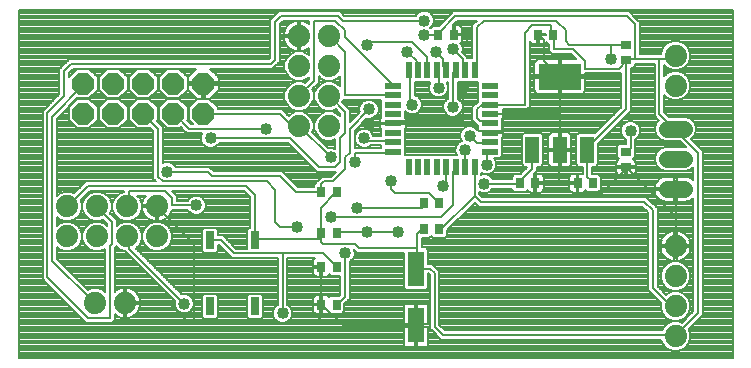
<source format=gtl>
G75*
%MOIN*%
%OFA0B0*%
%FSLAX24Y24*%
%IPPOS*%
%LPD*%
%AMOC8*
5,1,8,0,0,1.08239X$1,22.5*
%
%ADD10C,0.0560*%
%ADD11C,0.0740*%
%ADD12R,0.0276X0.0354*%
%ADD13R,0.0354X0.0276*%
%ADD14R,0.0580X0.0200*%
%ADD15R,0.0200X0.0580*%
%ADD16R,0.0551X0.1181*%
%ADD17R,0.0300X0.0600*%
%ADD18OC8,0.0740*%
%ADD19R,0.0480X0.0880*%
%ADD20R,0.1417X0.0866*%
%ADD21C,0.0080*%
%ADD22C,0.0400*%
D10*
X021966Y006313D02*
X022526Y006313D01*
X022526Y007313D02*
X021966Y007313D01*
X021966Y008313D02*
X022526Y008313D01*
D11*
X022246Y009763D03*
X022246Y010763D03*
X010696Y010413D03*
X009696Y010413D03*
X009696Y009413D03*
X010696Y009413D03*
X010696Y008413D03*
X009696Y008413D03*
X004966Y005743D03*
X003966Y005743D03*
X002966Y005743D03*
X001966Y005743D03*
X001966Y004743D03*
X002966Y004743D03*
X003966Y004743D03*
X004966Y004743D03*
X003896Y002523D03*
X002896Y002523D03*
X009696Y011413D03*
X010696Y011413D03*
X022246Y004413D03*
X022246Y003413D03*
X022246Y002413D03*
X022246Y001413D03*
D12*
X014362Y004973D03*
X013850Y004973D03*
X013850Y005853D03*
X014362Y005853D03*
X017060Y006513D03*
X017572Y006513D03*
X018980Y006513D03*
X019492Y006513D03*
X010952Y006223D03*
X010440Y006223D03*
X010440Y004843D03*
X010952Y004843D03*
X010952Y003713D03*
X010440Y003713D03*
X010440Y002463D03*
X010952Y002463D03*
X014340Y011463D03*
X014852Y011463D03*
X017660Y011463D03*
X018172Y011463D03*
D13*
X020596Y011129D03*
X020596Y010617D03*
X020596Y007559D03*
X020596Y007047D03*
D14*
X016066Y007563D03*
X016066Y007873D03*
X016066Y008193D03*
X016066Y008503D03*
X016066Y008823D03*
X016066Y009133D03*
X016066Y009453D03*
X016066Y009763D03*
X012826Y009763D03*
X012826Y009453D03*
X012826Y009133D03*
X012826Y008823D03*
X012826Y008503D03*
X012826Y008193D03*
X012826Y007873D03*
X012826Y007563D03*
D15*
X013346Y007043D03*
X013656Y007043D03*
X013976Y007043D03*
X014286Y007043D03*
X014606Y007043D03*
X014916Y007043D03*
X015236Y007043D03*
X015546Y007043D03*
X015546Y010283D03*
X015236Y010283D03*
X014916Y010283D03*
X014606Y010283D03*
X014286Y010283D03*
X013976Y010283D03*
X013656Y010283D03*
X013346Y010283D03*
D16*
X013596Y003658D03*
X013596Y001768D03*
D17*
X008226Y002413D03*
X006726Y002413D03*
X006726Y004613D03*
X008226Y004613D03*
D18*
X006506Y008833D03*
X005506Y008833D03*
X004506Y008833D03*
X003506Y008833D03*
X002506Y008833D03*
X002506Y009833D03*
X003506Y009833D03*
X004506Y009833D03*
X005506Y009833D03*
X006506Y009833D03*
D19*
X017476Y007623D03*
X018386Y007623D03*
X019296Y007623D03*
D20*
X018386Y010063D03*
D21*
X000366Y012289D02*
X000366Y000683D01*
X024146Y000683D01*
X024146Y012289D01*
X000366Y012289D01*
X000366Y012247D02*
X009024Y012247D01*
X009030Y012253D02*
X008936Y012160D01*
X008736Y011960D01*
X008736Y010700D01*
X008680Y010643D01*
X002040Y010643D01*
X001706Y010310D01*
X001706Y009470D01*
X001146Y008910D01*
X001146Y003307D01*
X001240Y003213D01*
X002506Y001947D01*
X002600Y001853D01*
X003452Y001853D01*
X003546Y001947D01*
X003546Y002152D01*
X003564Y002134D01*
X003629Y002087D01*
X003700Y002051D01*
X003777Y002026D01*
X003856Y002013D01*
X003856Y002483D01*
X003936Y002483D01*
X003936Y002013D01*
X003936Y002013D01*
X004015Y002026D01*
X004092Y002051D01*
X004163Y002087D01*
X004228Y002134D01*
X004285Y002191D01*
X004332Y002256D01*
X004369Y002327D01*
X004393Y002404D01*
X004406Y002483D01*
X004406Y002483D01*
X003936Y002483D01*
X003936Y002563D01*
X004406Y002563D01*
X004406Y002563D01*
X004393Y002643D01*
X004369Y002719D01*
X004332Y002791D01*
X004285Y002855D01*
X004228Y002912D01*
X004163Y002959D01*
X004092Y002996D01*
X004015Y003021D01*
X003936Y003033D01*
X003936Y002563D01*
X003856Y002563D01*
X003856Y003033D01*
X003856Y003033D01*
X003777Y003021D01*
X003700Y002996D01*
X003629Y002959D01*
X003564Y002912D01*
X003546Y002894D01*
X003546Y004347D01*
X003608Y004409D01*
X003688Y004328D01*
X003869Y004253D01*
X003880Y004253D01*
X003960Y004173D01*
X005555Y002578D01*
X005546Y002557D01*
X005546Y002430D01*
X005595Y002312D01*
X005685Y002222D01*
X005802Y002173D01*
X005930Y002173D01*
X006047Y002222D01*
X006137Y002312D01*
X006186Y002430D01*
X006186Y002557D01*
X006137Y002675D01*
X006047Y002765D01*
X005930Y002813D01*
X005802Y002813D01*
X005781Y002804D01*
X004251Y004335D01*
X004381Y004466D01*
X004456Y004646D01*
X004456Y004841D01*
X004381Y005021D01*
X004244Y005159D01*
X004063Y005233D01*
X003869Y005233D01*
X003688Y005159D01*
X003626Y005096D01*
X003626Y005280D01*
X003399Y005507D01*
X003456Y005646D01*
X003456Y005841D01*
X003381Y006021D01*
X003244Y006159D01*
X003063Y006233D01*
X002869Y006233D01*
X002688Y006159D01*
X002551Y006021D01*
X002476Y005841D01*
X002476Y005646D01*
X002551Y005466D01*
X002688Y005328D01*
X002869Y005253D01*
X003063Y005253D01*
X003160Y005293D01*
X003306Y005147D01*
X003306Y005096D01*
X003244Y005159D01*
X003063Y005233D01*
X002869Y005233D01*
X002688Y005159D01*
X002551Y005021D01*
X002476Y004841D01*
X002476Y004646D01*
X002551Y004466D01*
X002688Y004328D01*
X002869Y004253D01*
X003063Y004253D01*
X003226Y004321D01*
X003226Y002886D01*
X003174Y002939D01*
X002993Y003013D01*
X002799Y003013D01*
X002667Y002959D01*
X001626Y004000D01*
X001626Y004390D01*
X001688Y004328D01*
X001869Y004253D01*
X002063Y004253D01*
X002244Y004328D01*
X002381Y004466D01*
X002456Y004646D01*
X002456Y004841D01*
X002381Y005021D01*
X002244Y005159D01*
X002063Y005233D01*
X001869Y005233D01*
X001688Y005159D01*
X001626Y005096D01*
X001626Y005390D01*
X001688Y005328D01*
X001869Y005253D01*
X002063Y005253D01*
X002244Y005328D01*
X002381Y005466D01*
X002456Y005646D01*
X002456Y005841D01*
X002416Y005937D01*
X002732Y006253D01*
X003866Y006253D01*
X003866Y006232D01*
X003688Y006159D01*
X003551Y006021D01*
X003476Y005841D01*
X003476Y005646D01*
X003551Y005466D01*
X003688Y005328D01*
X003869Y005253D01*
X004063Y005253D01*
X004244Y005328D01*
X004381Y005466D01*
X004456Y005646D01*
X004456Y005841D01*
X004381Y006021D01*
X004309Y006093D01*
X004595Y006093D01*
X004577Y006075D01*
X004530Y006011D01*
X004493Y005939D01*
X004469Y005863D01*
X004456Y005783D01*
X004926Y005783D01*
X004926Y005703D01*
X005006Y005703D01*
X005006Y005233D01*
X005006Y005233D01*
X005085Y005246D01*
X005162Y005271D01*
X005233Y005307D01*
X005298Y005354D01*
X005355Y005411D01*
X005402Y005476D01*
X005439Y005547D01*
X005460Y005613D01*
X005986Y005613D01*
X005995Y005592D01*
X006085Y005502D01*
X006202Y005453D01*
X006330Y005453D01*
X006447Y005502D01*
X006537Y005592D01*
X006586Y005710D01*
X006586Y005837D01*
X006537Y005955D01*
X006447Y006045D01*
X006330Y006093D01*
X006202Y006093D01*
X006085Y006045D01*
X005995Y005955D01*
X005986Y005933D01*
X005626Y005933D01*
X005626Y006080D01*
X005452Y006253D01*
X007860Y006253D01*
X008066Y006047D01*
X008066Y005033D01*
X008026Y005033D01*
X007956Y004963D01*
X007956Y004333D01*
X007592Y004333D01*
X007246Y004680D01*
X007152Y004773D01*
X006996Y004773D01*
X006996Y004963D01*
X006926Y005033D01*
X006526Y005033D01*
X006456Y004963D01*
X006456Y004264D01*
X006526Y004193D01*
X006926Y004193D01*
X006996Y004264D01*
X006996Y004453D01*
X007020Y004453D01*
X007460Y004013D01*
X008986Y004013D01*
X008986Y002453D01*
X008965Y002445D01*
X008875Y002355D01*
X008826Y002237D01*
X008826Y002110D01*
X008875Y001992D01*
X008965Y001902D01*
X009082Y001853D01*
X009210Y001853D01*
X009327Y001902D01*
X009417Y001992D01*
X009466Y002110D01*
X009466Y002237D01*
X009417Y002355D01*
X009327Y002445D01*
X009306Y002453D01*
X009306Y004013D01*
X010235Y004013D01*
X010216Y004002D01*
X010190Y003976D01*
X010172Y003944D01*
X010162Y003909D01*
X010162Y003742D01*
X010411Y003742D01*
X010411Y003684D01*
X010469Y003684D01*
X010469Y003396D01*
X010596Y003396D01*
X010632Y003406D01*
X010664Y003424D01*
X010690Y003450D01*
X010705Y003476D01*
X010764Y003416D01*
X011066Y003416D01*
X011066Y002800D01*
X011027Y002760D01*
X010764Y002760D01*
X010705Y002701D01*
X010690Y002726D01*
X010664Y002752D01*
X010632Y002771D01*
X010596Y002780D01*
X010469Y002780D01*
X010469Y002492D01*
X010411Y002492D01*
X010411Y002434D01*
X010469Y002434D01*
X010469Y002146D01*
X010596Y002146D01*
X010632Y002156D01*
X010664Y002174D01*
X010690Y002200D01*
X010705Y002226D01*
X010764Y002166D01*
X011139Y002166D01*
X011210Y002236D01*
X011210Y002491D01*
X011292Y002573D01*
X011386Y002667D01*
X011386Y003893D01*
X011407Y003902D01*
X011497Y003992D01*
X011546Y004110D01*
X011546Y004237D01*
X011518Y004305D01*
X011536Y004287D01*
X011536Y004287D01*
X011630Y004193D01*
X013200Y004193D01*
X013200Y003018D01*
X013271Y002948D01*
X013921Y002948D01*
X013992Y003018D01*
X013992Y003503D01*
X014010Y003503D01*
X014056Y003457D01*
X014056Y001667D01*
X014150Y001573D01*
X014430Y001293D01*
X021765Y001293D01*
X021831Y001136D01*
X021968Y000998D01*
X022149Y000923D01*
X022343Y000923D01*
X022524Y000998D01*
X022661Y001136D01*
X022736Y001316D01*
X022736Y001511D01*
X022681Y001642D01*
X023052Y002013D01*
X023146Y002107D01*
X023146Y007600D01*
X022762Y007984D01*
X022865Y008087D01*
X024146Y008087D01*
X024146Y008165D02*
X022898Y008165D01*
X022926Y008234D02*
X022926Y008393D01*
X022865Y008540D01*
X022753Y008652D01*
X022606Y008713D01*
X022032Y008713D01*
X021866Y008880D01*
X021866Y009450D01*
X021968Y009348D01*
X022149Y009273D01*
X022343Y009273D01*
X022524Y009348D01*
X022661Y009486D01*
X022736Y009666D01*
X022736Y009861D01*
X022661Y010041D01*
X022524Y010179D01*
X022343Y010253D01*
X022149Y010253D01*
X021968Y010179D01*
X021866Y010076D01*
X021866Y010450D01*
X021968Y010348D01*
X022149Y010273D01*
X022343Y010273D01*
X022524Y010348D01*
X022661Y010486D01*
X022736Y010666D01*
X022736Y010861D01*
X022661Y011041D01*
X022524Y011179D01*
X022343Y011253D01*
X022149Y011253D01*
X021968Y011179D01*
X021831Y011041D01*
X021756Y010861D01*
X021756Y010813D01*
X021066Y010813D01*
X021066Y011870D01*
X020972Y011963D01*
X020682Y012253D01*
X014840Y012253D01*
X014746Y012160D01*
X014746Y012160D01*
X014347Y011760D01*
X014153Y011760D01*
X014082Y011690D01*
X014082Y011689D01*
X014079Y011693D01*
X014137Y011752D01*
X014186Y011870D01*
X014186Y011997D01*
X014137Y012115D01*
X014047Y012205D01*
X013930Y012253D01*
X013802Y012253D01*
X013685Y012205D01*
X013595Y012115D01*
X013586Y012093D01*
X011212Y012093D01*
X011052Y012253D01*
X009030Y012253D01*
X008945Y012169D02*
X000366Y012169D01*
X000366Y012090D02*
X008867Y012090D01*
X008788Y012012D02*
X000366Y012012D01*
X000366Y011933D02*
X008736Y011933D01*
X008736Y011855D02*
X000366Y011855D01*
X000366Y011776D02*
X008736Y011776D01*
X008736Y011698D02*
X000366Y011698D01*
X000366Y011619D02*
X008736Y011619D01*
X008736Y011541D02*
X000366Y011541D01*
X000366Y011462D02*
X008736Y011462D01*
X008736Y011384D02*
X000366Y011384D01*
X000366Y011305D02*
X008736Y011305D01*
X008736Y011227D02*
X000366Y011227D01*
X000366Y011148D02*
X008736Y011148D01*
X008736Y011070D02*
X000366Y011070D01*
X000366Y010991D02*
X008736Y010991D01*
X008736Y010913D02*
X000366Y010913D01*
X000366Y010834D02*
X008736Y010834D01*
X008736Y010756D02*
X000366Y010756D01*
X000366Y010677D02*
X008714Y010677D01*
X008896Y010633D02*
X008896Y011893D01*
X009096Y012093D01*
X010986Y012093D01*
X011146Y011933D01*
X013866Y011933D01*
X014083Y012169D02*
X014755Y012169D01*
X014677Y012090D02*
X014147Y012090D01*
X014180Y012012D02*
X014598Y012012D01*
X014520Y011933D02*
X014186Y011933D01*
X014180Y011855D02*
X014441Y011855D01*
X014363Y011776D02*
X014147Y011776D01*
X014090Y011698D02*
X014083Y011698D01*
X014266Y011453D02*
X013866Y011453D01*
X014266Y011453D02*
X014340Y011463D01*
X014346Y011533D01*
X014906Y012093D01*
X020616Y012093D01*
X020906Y011803D01*
X020906Y010653D01*
X020666Y010653D01*
X020596Y010617D01*
X020586Y010573D01*
X020346Y010333D01*
X019226Y010333D01*
X019226Y010573D01*
X018826Y010973D01*
X018186Y010973D01*
X018186Y011453D01*
X018172Y011463D01*
X018106Y011533D01*
X018106Y011773D01*
X017466Y011773D01*
X017226Y011533D01*
X017226Y009133D01*
X016066Y009133D01*
X015786Y009133D01*
X015626Y008973D01*
X015626Y008673D01*
X015726Y008573D01*
X016026Y008573D01*
X016066Y008503D01*
X015656Y008417D02*
X015656Y008365D01*
X015646Y008347D01*
X015636Y008312D01*
X015636Y008296D01*
X015567Y008365D01*
X015450Y008413D01*
X015322Y008413D01*
X015205Y008365D01*
X015115Y008275D01*
X015066Y008157D01*
X015066Y008030D01*
X015114Y007913D01*
X015045Y007885D01*
X014955Y007795D01*
X014906Y007677D01*
X014906Y007550D01*
X014946Y007453D01*
X014766Y007453D01*
X014761Y007448D01*
X014756Y007453D01*
X014456Y007453D01*
X014446Y007443D01*
X014436Y007453D01*
X014136Y007453D01*
X014131Y007448D01*
X014126Y007453D01*
X013826Y007453D01*
X013816Y007443D01*
X013806Y007453D01*
X013506Y007453D01*
X013501Y007448D01*
X013496Y007453D01*
X013236Y007453D01*
X013236Y007713D01*
X013231Y007718D01*
X013236Y007724D01*
X013236Y008023D01*
X013226Y008033D01*
X013236Y008044D01*
X013236Y008331D01*
X013246Y008349D01*
X013256Y008385D01*
X013256Y008493D01*
X012836Y008493D01*
X012836Y008513D01*
X013256Y008513D01*
X013256Y008622D01*
X013246Y008657D01*
X013236Y008675D01*
X013236Y008911D01*
X013285Y008862D01*
X013402Y008813D01*
X013530Y008813D01*
X013647Y008862D01*
X013737Y008952D01*
X013786Y009070D01*
X013786Y009197D01*
X013737Y009315D01*
X013647Y009405D01*
X013546Y009446D01*
X013546Y009873D01*
X013806Y009873D01*
X013816Y009884D01*
X013826Y009873D01*
X014074Y009873D01*
X014026Y009757D01*
X014026Y009630D01*
X014075Y009512D01*
X014165Y009422D01*
X014282Y009373D01*
X014410Y009373D01*
X014527Y009422D01*
X014617Y009512D01*
X014666Y009630D01*
X014666Y009757D01*
X014618Y009873D01*
X014666Y009873D01*
X014666Y009333D01*
X014645Y009325D01*
X014555Y009235D01*
X014506Y009117D01*
X014506Y008990D01*
X014555Y008872D01*
X013657Y008872D01*
X013736Y008950D02*
X014522Y008950D01*
X014506Y009029D02*
X013769Y009029D01*
X013786Y009107D02*
X014506Y009107D01*
X014535Y009186D02*
X013786Y009186D01*
X013758Y009264D02*
X014585Y009264D01*
X014666Y009343D02*
X013709Y009343D01*
X013607Y009421D02*
X014166Y009421D01*
X014087Y009500D02*
X013546Y009500D01*
X013546Y009578D02*
X014047Y009578D01*
X014026Y009657D02*
X013546Y009657D01*
X013546Y009735D02*
X014026Y009735D01*
X014050Y009814D02*
X013546Y009814D01*
X013386Y010253D02*
X013346Y010283D01*
X013386Y010253D02*
X013386Y009213D01*
X013466Y009133D01*
X013275Y008872D02*
X013236Y008872D01*
X013236Y008793D02*
X014633Y008793D01*
X014645Y008782D02*
X014555Y008872D01*
X014645Y008782D02*
X014762Y008733D01*
X014890Y008733D01*
X015007Y008782D01*
X015097Y008872D01*
X015466Y008872D01*
X015466Y008950D02*
X015130Y008950D01*
X015146Y008990D02*
X015097Y008872D01*
X015019Y008793D02*
X015466Y008793D01*
X015466Y008715D02*
X013236Y008715D01*
X013252Y008636D02*
X015466Y008636D01*
X015466Y008607D02*
X015560Y008513D01*
X015656Y008417D01*
X015656Y008401D02*
X015480Y008401D01*
X015466Y008493D02*
X015706Y008253D01*
X016026Y008253D01*
X016066Y008193D01*
X016106Y008173D01*
X016076Y008183D02*
X016076Y008203D01*
X016496Y008203D01*
X016496Y008312D01*
X016486Y008347D01*
X016476Y008365D01*
X016476Y008651D01*
X016486Y008669D01*
X016496Y008705D01*
X016496Y008813D01*
X016076Y008813D01*
X016076Y008833D01*
X016496Y008833D01*
X016496Y008942D01*
X016488Y008973D01*
X017292Y008973D01*
X017386Y009067D01*
X017386Y011254D01*
X017392Y011232D01*
X017410Y011200D01*
X017436Y011174D01*
X017468Y011156D01*
X017504Y011146D01*
X017631Y011146D01*
X017631Y011434D01*
X017689Y011434D01*
X017689Y011146D01*
X017816Y011146D01*
X017852Y011156D01*
X017884Y011174D01*
X017910Y011200D01*
X017925Y011226D01*
X017984Y011166D01*
X018026Y011166D01*
X018026Y010907D01*
X018120Y010813D01*
X018760Y010813D01*
X018937Y010636D01*
X018426Y010636D01*
X018426Y010103D01*
X019235Y010103D01*
X019235Y010173D01*
X020412Y010173D01*
X020426Y010187D01*
X020426Y009040D01*
X019570Y008183D01*
X019006Y008183D01*
X018936Y008113D01*
X018936Y007134D01*
X019006Y007063D01*
X019146Y007063D01*
X019146Y006828D01*
X019136Y006830D01*
X019009Y006830D01*
X019009Y006542D01*
X018951Y006542D01*
X018951Y006484D01*
X019009Y006484D01*
X019009Y006196D01*
X019136Y006196D01*
X019172Y006206D01*
X019204Y006224D01*
X019230Y006250D01*
X019245Y006276D01*
X019304Y006216D01*
X019679Y006216D01*
X019750Y006286D01*
X019750Y006740D01*
X019679Y006810D01*
X019466Y006810D01*
X019466Y007063D01*
X019586Y007063D01*
X019656Y007134D01*
X019656Y007817D01*
X020652Y008813D01*
X020746Y008907D01*
X020746Y010360D01*
X020823Y010360D01*
X020893Y010430D01*
X020893Y010493D01*
X021546Y010493D01*
X021546Y008747D01*
X021640Y008653D01*
X021690Y008603D01*
X021627Y008540D01*
X021566Y008393D01*
X021566Y008234D01*
X021627Y008087D01*
X021023Y008087D01*
X021017Y008072D02*
X021066Y008190D01*
X021066Y008317D01*
X021017Y008435D01*
X020927Y008525D01*
X020810Y008573D01*
X020682Y008573D01*
X020565Y008525D01*
X020475Y008435D01*
X020426Y008317D01*
X020426Y008190D01*
X020475Y008072D01*
X020565Y007982D01*
X020586Y007973D01*
X020586Y007817D01*
X020369Y007817D01*
X020299Y007747D01*
X020299Y007372D01*
X020359Y007312D01*
X020333Y007297D01*
X020307Y007271D01*
X020288Y007239D01*
X020279Y007204D01*
X020279Y007076D01*
X020567Y007076D01*
X020567Y007018D01*
X020625Y007018D01*
X020625Y006770D01*
X020792Y006770D01*
X020827Y006779D01*
X020859Y006798D01*
X020885Y006824D01*
X020904Y006856D01*
X020913Y006891D01*
X020913Y007018D01*
X020625Y007018D01*
X020625Y007076D01*
X020913Y007076D01*
X020913Y007204D01*
X020904Y007239D01*
X020885Y007271D01*
X020859Y007297D01*
X020833Y007312D01*
X020893Y007372D01*
X020893Y007614D01*
X020906Y007627D01*
X020906Y007973D01*
X020927Y007982D01*
X021017Y008072D01*
X020954Y008008D02*
X021705Y008008D01*
X021739Y007974D02*
X021627Y008087D01*
X021594Y008165D02*
X021056Y008165D01*
X021066Y008244D02*
X021566Y008244D01*
X021566Y008322D02*
X021064Y008322D01*
X021031Y008401D02*
X021569Y008401D01*
X021602Y008479D02*
X020972Y008479D01*
X020847Y008558D02*
X021645Y008558D01*
X021657Y008636D02*
X020475Y008636D01*
X020397Y008558D02*
X020645Y008558D01*
X020520Y008479D02*
X020318Y008479D01*
X020240Y008401D02*
X020461Y008401D01*
X020428Y008322D02*
X020161Y008322D01*
X020083Y008244D02*
X020426Y008244D01*
X020436Y008165D02*
X020004Y008165D01*
X019926Y008087D02*
X020469Y008087D01*
X020538Y008008D02*
X019847Y008008D01*
X019769Y007930D02*
X020586Y007930D01*
X020586Y007851D02*
X019690Y007851D01*
X019656Y007773D02*
X020325Y007773D01*
X020299Y007694D02*
X019656Y007694D01*
X019656Y007616D02*
X020299Y007616D01*
X020299Y007537D02*
X019656Y007537D01*
X019656Y007459D02*
X020299Y007459D01*
X020299Y007380D02*
X019656Y007380D01*
X019656Y007302D02*
X020341Y007302D01*
X020284Y007223D02*
X019656Y007223D01*
X019656Y007145D02*
X020279Y007145D01*
X020279Y007018D02*
X020279Y006891D01*
X020288Y006856D01*
X020307Y006824D01*
X020333Y006798D01*
X020365Y006779D01*
X020400Y006770D01*
X020567Y006770D01*
X020567Y007018D01*
X020279Y007018D01*
X020279Y006988D02*
X019466Y006988D01*
X019466Y006909D02*
X020279Y006909D01*
X020303Y006831D02*
X019466Y006831D01*
X019306Y006733D02*
X019306Y007613D01*
X019296Y007623D01*
X019306Y007693D01*
X020586Y008973D01*
X020586Y010573D01*
X020906Y010653D02*
X021706Y010653D01*
X021706Y008813D01*
X022186Y008333D01*
X022246Y008313D01*
X022266Y008253D01*
X022986Y007533D01*
X022986Y002173D01*
X022266Y001453D01*
X022246Y001413D01*
X022186Y001453D01*
X014496Y001453D01*
X014216Y001733D01*
X014216Y003523D01*
X014076Y003663D01*
X013601Y003663D01*
X013596Y003658D01*
X013626Y003613D01*
X013596Y003658D02*
X013626Y003693D01*
X013626Y004363D01*
X013616Y004353D01*
X011696Y004353D01*
X011556Y004493D01*
X010486Y004493D01*
X010426Y004553D01*
X010426Y004653D01*
X010426Y004813D01*
X010440Y004843D01*
X010426Y004893D01*
X010426Y005693D01*
X010906Y006173D01*
X010952Y006223D01*
X010506Y006253D02*
X010440Y006223D01*
X010436Y006227D01*
X010436Y006473D01*
X010536Y006573D01*
X010826Y006573D01*
X011226Y006973D01*
X011226Y007373D01*
X011386Y007533D01*
X011386Y008333D01*
X012026Y008973D01*
X012317Y009107D02*
X012416Y009107D01*
X012416Y009029D02*
X012346Y009029D01*
X012346Y009037D02*
X012297Y009155D01*
X012207Y009245D01*
X012090Y009293D01*
X011962Y009293D01*
X011845Y009245D01*
X011755Y009155D01*
X011706Y009037D01*
X011706Y008910D01*
X011715Y008888D01*
X011386Y008560D01*
X011386Y008960D01*
X011140Y009205D01*
X011177Y009293D01*
X012426Y009293D01*
X012416Y009283D01*
X012416Y008984D01*
X012421Y008978D01*
X012416Y008973D01*
X012416Y008675D01*
X012406Y008657D01*
X012396Y008622D01*
X012396Y008513D01*
X012816Y008513D01*
X012816Y008493D01*
X012396Y008493D01*
X012396Y008385D01*
X012406Y008349D01*
X012416Y008331D01*
X012416Y008093D01*
X012179Y008093D01*
X012137Y008195D01*
X012047Y008285D01*
X011930Y008333D01*
X011802Y008333D01*
X011685Y008285D01*
X011595Y008195D01*
X011546Y008077D01*
X011546Y007950D01*
X011595Y007832D01*
X011685Y007742D01*
X011802Y007693D01*
X011930Y007693D01*
X012047Y007742D01*
X012079Y007773D01*
X012416Y007773D01*
X012078Y007773D01*
X011932Y007694D02*
X012416Y007694D01*
X012416Y007693D02*
X011546Y007693D01*
X011546Y008267D01*
X011941Y008662D01*
X011962Y008653D01*
X012090Y008653D01*
X012207Y008702D01*
X012297Y008792D01*
X012346Y008910D01*
X012346Y009037D01*
X012346Y008950D02*
X012416Y008950D01*
X012416Y008872D02*
X012330Y008872D01*
X012298Y008793D02*
X012416Y008793D01*
X012416Y008715D02*
X012220Y008715D01*
X012400Y008636D02*
X011915Y008636D01*
X011837Y008558D02*
X012396Y008558D01*
X012396Y008479D02*
X011758Y008479D01*
X011680Y008401D02*
X012396Y008401D01*
X012416Y008322D02*
X011956Y008322D01*
X012088Y008244D02*
X012416Y008244D01*
X012416Y008165D02*
X012149Y008165D01*
X011776Y008322D02*
X011601Y008322D01*
X011644Y008244D02*
X011546Y008244D01*
X011546Y008165D02*
X011583Y008165D01*
X011550Y008087D02*
X011546Y008087D01*
X011546Y008008D02*
X011546Y008008D01*
X011546Y007930D02*
X011554Y007930D01*
X011546Y007851D02*
X011587Y007851D01*
X011546Y007773D02*
X011654Y007773D01*
X011546Y007694D02*
X011800Y007694D01*
X011546Y007533D02*
X011546Y007213D01*
X011066Y007223D02*
X011066Y008013D01*
X011226Y008173D01*
X011226Y008893D01*
X010746Y009373D01*
X010696Y009413D01*
X010260Y009186D02*
X010132Y009186D01*
X010111Y009136D02*
X010186Y009316D01*
X010186Y009511D01*
X010129Y009649D01*
X010346Y009867D01*
X010346Y010070D01*
X010418Y009998D01*
X010599Y009923D01*
X010793Y009923D01*
X010974Y009998D01*
X011066Y010090D01*
X011066Y009736D01*
X010974Y009829D01*
X010793Y009903D01*
X010599Y009903D01*
X010418Y009829D01*
X010281Y009691D01*
X010206Y009511D01*
X010206Y009316D01*
X010281Y009136D01*
X010418Y008998D01*
X010599Y008923D01*
X010793Y008923D01*
X010918Y008975D01*
X011066Y008827D01*
X011066Y008736D01*
X010974Y008829D01*
X010793Y008903D01*
X010599Y008903D01*
X010418Y008829D01*
X010281Y008691D01*
X010206Y008511D01*
X010206Y008316D01*
X010281Y008136D01*
X010418Y007998D01*
X010599Y007923D01*
X010793Y007923D01*
X010906Y007970D01*
X010906Y007653D01*
X010810Y007693D01*
X010682Y007693D01*
X010661Y007684D01*
X010140Y008205D01*
X010186Y008316D01*
X010186Y008511D01*
X010111Y008691D01*
X009974Y008829D01*
X009793Y008903D01*
X009599Y008903D01*
X009418Y008829D01*
X009348Y008758D01*
X009226Y008880D01*
X009132Y008973D01*
X006996Y008973D01*
X006996Y009036D01*
X006709Y009323D01*
X006303Y009323D01*
X006016Y009036D01*
X006016Y008630D01*
X006153Y008493D01*
X006092Y008493D01*
X005976Y008610D01*
X005996Y008630D01*
X005996Y009036D01*
X005709Y009323D01*
X005303Y009323D01*
X005016Y009036D01*
X005016Y008630D01*
X005303Y008343D01*
X005709Y008343D01*
X005749Y008384D01*
X005866Y008267D01*
X005960Y008173D01*
X006466Y008173D01*
X006426Y008077D01*
X006426Y007950D01*
X006475Y007832D01*
X006565Y007742D01*
X006682Y007693D01*
X006810Y007693D01*
X006927Y007742D01*
X007017Y007832D01*
X007026Y007853D01*
X009320Y007853D01*
X010186Y006987D01*
X010186Y006987D01*
X010280Y006893D01*
X010920Y006893D01*
X010760Y006733D01*
X010470Y006733D01*
X010370Y006633D01*
X010276Y006540D01*
X010276Y006520D01*
X010253Y006520D01*
X010182Y006450D01*
X010182Y006373D01*
X009672Y006373D01*
X009132Y006913D01*
X006852Y006913D01*
X006712Y007053D01*
X005586Y007053D01*
X005577Y007075D01*
X005487Y007165D01*
X005370Y007213D01*
X005242Y007213D01*
X005146Y007173D01*
X005146Y008400D01*
X005052Y008493D01*
X004956Y008590D01*
X004996Y008630D01*
X004996Y009036D01*
X004709Y009323D01*
X004303Y009323D01*
X004016Y009036D01*
X004016Y008630D01*
X004303Y008343D01*
X004709Y008343D01*
X004729Y008364D01*
X004826Y008267D01*
X004826Y006667D01*
X004920Y006573D01*
X002600Y006573D01*
X002202Y006176D01*
X002063Y006233D01*
X001869Y006233D01*
X001688Y006159D01*
X001626Y006096D01*
X001626Y008667D01*
X002303Y009344D01*
X002303Y009343D01*
X002709Y009343D01*
X002996Y009630D01*
X002996Y010036D01*
X002709Y010323D01*
X002303Y010323D01*
X002026Y010046D01*
X002026Y010177D01*
X002172Y010323D01*
X006275Y010323D01*
X005996Y010044D01*
X005996Y009873D01*
X006466Y009873D01*
X006466Y009793D01*
X006546Y009793D01*
X006546Y009323D01*
X006717Y009323D01*
X007016Y009622D01*
X007016Y009793D01*
X006546Y009793D01*
X006546Y009873D01*
X007016Y009873D01*
X007016Y010044D01*
X006737Y010323D01*
X008812Y010323D01*
X008962Y010473D01*
X008962Y010473D01*
X009056Y010567D01*
X009056Y011827D01*
X009162Y011933D01*
X010026Y011933D01*
X010026Y011804D01*
X009963Y011849D01*
X009892Y011886D01*
X009815Y011911D01*
X009736Y011923D01*
X009736Y011453D01*
X009656Y011453D01*
X009656Y011373D01*
X009736Y011373D01*
X009736Y010903D01*
X009736Y010903D01*
X009815Y010916D01*
X009892Y010941D01*
X009963Y010977D01*
X010026Y011023D01*
X010026Y010776D01*
X009974Y010829D01*
X009793Y010903D01*
X009599Y010903D01*
X009418Y010829D01*
X009281Y010691D01*
X009206Y010511D01*
X009206Y010316D01*
X009281Y010136D01*
X009418Y009998D01*
X009599Y009923D01*
X009793Y009923D01*
X009974Y009998D01*
X010026Y010050D01*
X010026Y010000D01*
X009890Y009863D01*
X009793Y009903D01*
X009599Y009903D01*
X009418Y009829D01*
X009281Y009691D01*
X009206Y009511D01*
X009206Y009316D01*
X009281Y009136D01*
X009418Y008998D01*
X009599Y008923D01*
X009793Y008923D01*
X009974Y008998D01*
X010111Y009136D01*
X010083Y009107D02*
X010309Y009107D01*
X010387Y009029D02*
X010005Y009029D01*
X009859Y008950D02*
X010533Y008950D01*
X010523Y008872D02*
X009869Y008872D01*
X010009Y008793D02*
X010383Y008793D01*
X010305Y008715D02*
X010087Y008715D01*
X010134Y008636D02*
X010258Y008636D01*
X010226Y008558D02*
X010166Y008558D01*
X010186Y008479D02*
X010206Y008479D01*
X010206Y008401D02*
X010186Y008401D01*
X010186Y008322D02*
X010206Y008322D01*
X010236Y008244D02*
X010156Y008244D01*
X010180Y008165D02*
X010268Y008165D01*
X010259Y008087D02*
X010329Y008087D01*
X010337Y008008D02*
X010408Y008008D01*
X010416Y007930D02*
X010583Y007930D01*
X010494Y007851D02*
X010906Y007851D01*
X010906Y007773D02*
X010573Y007773D01*
X010651Y007694D02*
X010906Y007694D01*
X010906Y007930D02*
X010809Y007930D01*
X011546Y007533D02*
X012826Y007533D01*
X012826Y007563D01*
X012826Y007873D02*
X012826Y007933D01*
X011866Y007933D01*
X011866Y008013D01*
X012416Y007773D02*
X012416Y007724D01*
X012421Y007718D01*
X012416Y007713D01*
X012416Y007693D01*
X013236Y007694D02*
X014913Y007694D01*
X014906Y007616D02*
X013236Y007616D01*
X013236Y007537D02*
X014911Y007537D01*
X014944Y007459D02*
X013236Y007459D01*
X013236Y007773D02*
X014946Y007773D01*
X015012Y007851D02*
X013236Y007851D01*
X013236Y007930D02*
X015107Y007930D01*
X015075Y008008D02*
X013236Y008008D01*
X013236Y008087D02*
X015066Y008087D01*
X015069Y008165D02*
X013236Y008165D01*
X013236Y008244D02*
X015102Y008244D01*
X015163Y008322D02*
X013236Y008322D01*
X013256Y008401D02*
X015292Y008401D01*
X015466Y008493D02*
X012826Y008493D01*
X012826Y008503D01*
X012826Y008573D01*
X015146Y008573D01*
X015146Y009693D01*
X014986Y009657D02*
X015656Y009657D01*
X015656Y009614D02*
X015661Y009608D01*
X015656Y009603D01*
X015656Y009304D01*
X015666Y009293D01*
X015656Y009283D01*
X015656Y009230D01*
X015626Y009200D01*
X015466Y009040D01*
X015466Y008607D01*
X015515Y008558D02*
X013256Y008558D01*
X013256Y008479D02*
X015594Y008479D01*
X015609Y008322D02*
X015639Y008322D01*
X016066Y008193D02*
X016106Y008253D01*
X016426Y008253D01*
X016506Y008333D01*
X016506Y008813D01*
X016106Y008813D01*
X016066Y008823D01*
X018366Y008823D01*
X018396Y008853D01*
X017386Y009107D02*
X020426Y009107D01*
X020426Y009186D02*
X017386Y009186D01*
X017386Y009264D02*
X020426Y009264D01*
X020426Y009343D02*
X017386Y009343D01*
X017386Y009421D02*
X020426Y009421D01*
X020426Y009500D02*
X019149Y009500D01*
X019181Y009518D01*
X019207Y009544D01*
X019225Y009576D01*
X019235Y009612D01*
X019235Y010023D01*
X018426Y010023D01*
X018426Y009490D01*
X019113Y009490D01*
X019149Y009500D01*
X019226Y009578D02*
X020426Y009578D01*
X020426Y009657D02*
X019235Y009657D01*
X019235Y009735D02*
X020426Y009735D01*
X020426Y009814D02*
X019235Y009814D01*
X019235Y009892D02*
X020426Y009892D01*
X020426Y009971D02*
X019235Y009971D01*
X019235Y010128D02*
X020426Y010128D01*
X020426Y010049D02*
X018426Y010049D01*
X018426Y010023D02*
X018426Y010103D01*
X018346Y010103D01*
X018346Y010023D01*
X018426Y010023D01*
X018426Y009971D02*
X018346Y009971D01*
X018346Y010023D02*
X018346Y009490D01*
X017659Y009490D01*
X017623Y009500D01*
X017386Y009500D01*
X017386Y009578D02*
X017546Y009578D01*
X017547Y009576D02*
X017565Y009544D01*
X017591Y009518D01*
X017623Y009500D01*
X017547Y009576D02*
X017537Y009612D01*
X017537Y010023D01*
X018346Y010023D01*
X018346Y010049D02*
X017386Y010049D01*
X017386Y009971D02*
X017537Y009971D01*
X017537Y009892D02*
X017386Y009892D01*
X017386Y009814D02*
X017537Y009814D01*
X017537Y009735D02*
X017386Y009735D01*
X017386Y009657D02*
X017537Y009657D01*
X017537Y010103D02*
X018346Y010103D01*
X018346Y010636D01*
X017659Y010636D01*
X017623Y010627D01*
X017591Y010608D01*
X017565Y010582D01*
X017547Y010550D01*
X017537Y010515D01*
X017537Y010103D01*
X017537Y010128D02*
X017386Y010128D01*
X017386Y010206D02*
X017537Y010206D01*
X017537Y010285D02*
X017386Y010285D01*
X017386Y010363D02*
X017537Y010363D01*
X017537Y010442D02*
X017386Y010442D01*
X017386Y010520D02*
X017539Y010520D01*
X017582Y010599D02*
X017386Y010599D01*
X017386Y010677D02*
X018896Y010677D01*
X018817Y010756D02*
X017386Y010756D01*
X017386Y010834D02*
X018099Y010834D01*
X018026Y010913D02*
X017386Y010913D01*
X017386Y010991D02*
X018026Y010991D01*
X018026Y011070D02*
X017386Y011070D01*
X017386Y011148D02*
X017495Y011148D01*
X017395Y011227D02*
X017386Y011227D01*
X017631Y011227D02*
X017689Y011227D01*
X017689Y011305D02*
X017631Y011305D01*
X017631Y011384D02*
X017689Y011384D01*
X017689Y011434D02*
X017689Y011492D01*
X017914Y011492D01*
X017914Y011434D01*
X017689Y011434D01*
X017706Y011453D02*
X017660Y011463D01*
X017689Y011462D02*
X017914Y011462D01*
X017866Y011293D02*
X017706Y011453D01*
X017866Y011293D02*
X017866Y010573D01*
X018346Y010093D01*
X018386Y010063D01*
X018386Y007623D01*
X018346Y007613D01*
X018346Y006493D01*
X017626Y006493D01*
X017572Y006513D01*
X017601Y006517D02*
X018951Y006517D01*
X018951Y006542D02*
X018702Y006542D01*
X018702Y006709D01*
X018712Y006744D01*
X018730Y006776D01*
X018756Y006802D01*
X018788Y006821D01*
X018824Y006830D01*
X018951Y006830D01*
X018951Y006542D01*
X018980Y006513D02*
X018986Y006493D01*
X018986Y006173D01*
X019786Y006173D01*
X020586Y006973D01*
X020596Y007047D01*
X020666Y006973D01*
X022266Y005373D01*
X022266Y004413D01*
X022246Y004413D01*
X022286Y004397D02*
X022826Y004397D01*
X022756Y004373D02*
X022286Y004373D01*
X022286Y003903D01*
X022286Y003903D01*
X022365Y003916D01*
X022442Y003941D01*
X022513Y003977D01*
X022578Y004024D01*
X022635Y004081D01*
X022682Y004146D01*
X022719Y004217D01*
X022743Y004294D01*
X022756Y004373D01*
X022756Y004373D01*
X022747Y004319D02*
X022826Y004319D01*
X022826Y004240D02*
X022726Y004240D01*
X022690Y004162D02*
X022826Y004162D01*
X022826Y004083D02*
X022637Y004083D01*
X022551Y004005D02*
X022826Y004005D01*
X022826Y003926D02*
X022398Y003926D01*
X022343Y003903D02*
X022149Y003903D01*
X021968Y003829D01*
X021831Y003691D01*
X021756Y003511D01*
X021756Y003316D01*
X021831Y003136D01*
X021968Y002998D01*
X022149Y002923D01*
X022343Y002923D01*
X022524Y002998D01*
X022661Y003136D01*
X022736Y003316D01*
X022736Y003511D01*
X022661Y003691D01*
X022524Y003829D01*
X022343Y003903D01*
X022286Y003926D02*
X022206Y003926D01*
X022206Y003903D02*
X022206Y004373D01*
X022286Y004373D01*
X022286Y004453D01*
X022756Y004453D01*
X022756Y004453D01*
X022743Y004533D01*
X022719Y004609D01*
X022682Y004681D01*
X022635Y004745D01*
X022578Y004802D01*
X022513Y004849D01*
X022442Y004886D01*
X022365Y004911D01*
X022286Y004923D01*
X022286Y004923D01*
X022286Y004453D01*
X022206Y004453D01*
X022206Y004373D01*
X021736Y004373D01*
X021749Y004294D01*
X021773Y004217D01*
X021810Y004146D01*
X021857Y004081D01*
X021914Y004024D01*
X021979Y003977D01*
X022050Y003941D01*
X022127Y003916D01*
X022206Y003903D01*
X022206Y003903D01*
X022206Y004005D02*
X022286Y004005D01*
X022286Y004083D02*
X022206Y004083D01*
X022206Y004162D02*
X022286Y004162D01*
X022286Y004240D02*
X022206Y004240D01*
X022206Y004319D02*
X022286Y004319D01*
X022206Y004397D02*
X021646Y004397D01*
X021646Y004319D02*
X021745Y004319D01*
X021736Y004373D02*
X021736Y004373D01*
X021736Y004453D02*
X022206Y004453D01*
X022206Y004923D01*
X022206Y004923D01*
X022127Y004911D01*
X022050Y004886D01*
X021979Y004849D01*
X021914Y004802D01*
X021857Y004745D01*
X021810Y004681D01*
X021773Y004609D01*
X021749Y004533D01*
X021736Y004453D01*
X021736Y004453D01*
X021740Y004476D02*
X021646Y004476D01*
X021646Y004554D02*
X021756Y004554D01*
X021785Y004633D02*
X021646Y004633D01*
X021646Y004711D02*
X021832Y004711D01*
X021901Y004790D02*
X021646Y004790D01*
X021646Y004868D02*
X022016Y004868D01*
X022206Y004868D02*
X022286Y004868D01*
X022286Y004790D02*
X022206Y004790D01*
X022206Y004711D02*
X022286Y004711D01*
X022286Y004633D02*
X022206Y004633D01*
X022206Y004554D02*
X022286Y004554D01*
X022286Y004476D02*
X022206Y004476D01*
X021766Y004240D02*
X021646Y004240D01*
X021646Y004162D02*
X021802Y004162D01*
X021855Y004083D02*
X021646Y004083D01*
X021646Y004005D02*
X021941Y004005D01*
X022094Y003926D02*
X021646Y003926D01*
X021646Y003848D02*
X022015Y003848D01*
X021909Y003769D02*
X021646Y003769D01*
X021646Y003691D02*
X021831Y003691D01*
X021798Y003612D02*
X021646Y003612D01*
X021646Y003534D02*
X021766Y003534D01*
X021756Y003455D02*
X021646Y003455D01*
X021646Y003377D02*
X021756Y003377D01*
X021763Y003298D02*
X021646Y003298D01*
X021646Y003220D02*
X021796Y003220D01*
X021828Y003141D02*
X021646Y003141D01*
X021646Y003080D02*
X021646Y005670D01*
X021356Y005960D01*
X021262Y006053D01*
X015812Y006053D01*
X015706Y006160D01*
X015706Y006213D01*
X015802Y006173D01*
X015930Y006173D01*
X016047Y006222D01*
X016137Y006312D01*
X016146Y006333D01*
X016802Y006333D01*
X016802Y006286D01*
X016873Y006216D01*
X017248Y006216D01*
X017307Y006276D01*
X017322Y006250D01*
X017348Y006224D01*
X017380Y006206D01*
X017416Y006196D01*
X017543Y006196D01*
X017543Y006484D01*
X017601Y006484D01*
X017601Y006196D01*
X017728Y006196D01*
X017764Y006206D01*
X017796Y006224D01*
X017822Y006250D01*
X017840Y006282D01*
X017850Y006318D01*
X017850Y006484D01*
X017601Y006484D01*
X017601Y006542D01*
X017850Y006542D01*
X017850Y006709D01*
X017840Y006744D01*
X017822Y006776D01*
X017796Y006802D01*
X017764Y006821D01*
X017728Y006830D01*
X017601Y006830D01*
X017601Y006542D01*
X017543Y006542D01*
X017543Y006824D01*
X017626Y006907D01*
X017626Y007063D01*
X017766Y007063D01*
X017836Y007134D01*
X017836Y008113D01*
X017766Y008183D01*
X017186Y008183D01*
X017116Y008113D01*
X017116Y007134D01*
X017186Y007063D01*
X017306Y007063D01*
X017306Y007040D01*
X017077Y006810D01*
X016873Y006810D01*
X016802Y006740D01*
X016802Y006653D01*
X016146Y006653D01*
X016137Y006675D01*
X016047Y006765D01*
X015930Y006813D01*
X015802Y006813D01*
X015766Y006798D01*
X015766Y006861D01*
X015882Y006813D01*
X016010Y006813D01*
X016127Y006862D01*
X016217Y006952D01*
X016266Y007070D01*
X016266Y007197D01*
X016217Y007315D01*
X016189Y007343D01*
X016406Y007343D01*
X016476Y007414D01*
X016476Y007713D01*
X016471Y007718D01*
X016476Y007724D01*
X016476Y008021D01*
X016486Y008039D01*
X016496Y008075D01*
X016496Y008183D01*
X016076Y008183D01*
X016496Y008165D02*
X017168Y008165D01*
X017116Y008087D02*
X016496Y008087D01*
X016476Y008008D02*
X017116Y008008D01*
X017116Y007930D02*
X016476Y007930D01*
X016476Y007851D02*
X017116Y007851D01*
X017116Y007773D02*
X016476Y007773D01*
X016476Y007694D02*
X017116Y007694D01*
X017116Y007616D02*
X016476Y007616D01*
X016476Y007537D02*
X017116Y007537D01*
X017116Y007459D02*
X016476Y007459D01*
X016443Y007380D02*
X017116Y007380D01*
X017116Y007302D02*
X016223Y007302D01*
X016255Y007223D02*
X017116Y007223D01*
X017116Y007145D02*
X016266Y007145D01*
X016265Y007066D02*
X017183Y007066D01*
X017254Y006988D02*
X016232Y006988D01*
X016175Y006909D02*
X017176Y006909D01*
X017097Y006831D02*
X016052Y006831D01*
X016059Y006752D02*
X016814Y006752D01*
X016802Y006674D02*
X016138Y006674D01*
X015866Y006493D02*
X016986Y006493D01*
X017060Y006513D01*
X017066Y006573D01*
X017466Y006973D01*
X017466Y007613D01*
X017476Y007623D01*
X017836Y007616D02*
X018346Y007616D01*
X018346Y007583D02*
X018006Y007583D01*
X018006Y007165D01*
X018016Y007129D01*
X018034Y007097D01*
X018060Y007071D01*
X018092Y007053D01*
X018128Y007043D01*
X018346Y007043D01*
X018346Y007583D01*
X018426Y007583D01*
X018426Y007043D01*
X018644Y007043D01*
X018680Y007053D01*
X018712Y007071D01*
X018738Y007097D01*
X018756Y007129D01*
X018766Y007165D01*
X018766Y007583D01*
X018426Y007583D01*
X018426Y007663D01*
X018766Y007663D01*
X018766Y008082D01*
X018756Y008117D01*
X018738Y008149D01*
X018712Y008175D01*
X018680Y008194D01*
X018644Y008203D01*
X018426Y008203D01*
X018426Y007663D01*
X018346Y007663D01*
X018346Y007583D01*
X018346Y007537D02*
X018426Y007537D01*
X018426Y007459D02*
X018346Y007459D01*
X018346Y007380D02*
X018426Y007380D01*
X018426Y007302D02*
X018346Y007302D01*
X018346Y007223D02*
X018426Y007223D01*
X018426Y007145D02*
X018346Y007145D01*
X018346Y007066D02*
X018426Y007066D01*
X018703Y007066D02*
X019003Y007066D01*
X018936Y007145D02*
X018761Y007145D01*
X018766Y007223D02*
X018936Y007223D01*
X018936Y007302D02*
X018766Y007302D01*
X018766Y007380D02*
X018936Y007380D01*
X018936Y007459D02*
X018766Y007459D01*
X018766Y007537D02*
X018936Y007537D01*
X018936Y007616D02*
X018426Y007616D01*
X018426Y007694D02*
X018346Y007694D01*
X018346Y007663D02*
X018346Y008203D01*
X018128Y008203D01*
X018092Y008194D01*
X018060Y008175D01*
X018034Y008149D01*
X018016Y008117D01*
X018006Y008082D01*
X018006Y007663D01*
X018346Y007663D01*
X018346Y007773D02*
X018426Y007773D01*
X018426Y007851D02*
X018346Y007851D01*
X018346Y007930D02*
X018426Y007930D01*
X018426Y008008D02*
X018346Y008008D01*
X018346Y008087D02*
X018426Y008087D01*
X018426Y008165D02*
X018346Y008165D01*
X018722Y008165D02*
X018988Y008165D01*
X018936Y008087D02*
X018765Y008087D01*
X018766Y008008D02*
X018936Y008008D01*
X018936Y007930D02*
X018766Y007930D01*
X018766Y007851D02*
X018936Y007851D01*
X018936Y007773D02*
X018766Y007773D01*
X018766Y007694D02*
X018936Y007694D01*
X019630Y008244D02*
X016496Y008244D01*
X016493Y008322D02*
X019709Y008322D01*
X019787Y008401D02*
X016476Y008401D01*
X016476Y008479D02*
X019866Y008479D01*
X019944Y008558D02*
X016476Y008558D01*
X016476Y008636D02*
X020023Y008636D01*
X020101Y008715D02*
X016496Y008715D01*
X016496Y008793D02*
X020180Y008793D01*
X020258Y008872D02*
X016496Y008872D01*
X016494Y008950D02*
X020337Y008950D01*
X020415Y009029D02*
X017348Y009029D01*
X018346Y009500D02*
X018426Y009500D01*
X018426Y009578D02*
X018346Y009578D01*
X018346Y009657D02*
X018426Y009657D01*
X018426Y009735D02*
X018346Y009735D01*
X018346Y009814D02*
X018426Y009814D01*
X018426Y009892D02*
X018346Y009892D01*
X018346Y010128D02*
X018426Y010128D01*
X018426Y010206D02*
X018346Y010206D01*
X018346Y010285D02*
X018426Y010285D01*
X018426Y010363D02*
X018346Y010363D01*
X018346Y010442D02*
X018426Y010442D01*
X018426Y010520D02*
X018346Y010520D01*
X018346Y010599D02*
X018426Y010599D01*
X018706Y011133D02*
X020106Y011133D01*
X020106Y010653D01*
X020746Y010285D02*
X021546Y010285D01*
X021546Y010363D02*
X020827Y010363D01*
X020893Y010442D02*
X021546Y010442D01*
X021706Y010653D02*
X022186Y010653D01*
X022186Y010733D01*
X022246Y010763D01*
X022736Y010756D02*
X024146Y010756D01*
X024146Y010834D02*
X022736Y010834D01*
X022714Y010913D02*
X024146Y010913D01*
X024146Y010991D02*
X022682Y010991D01*
X022632Y011070D02*
X024146Y011070D01*
X024146Y011148D02*
X022554Y011148D01*
X022407Y011227D02*
X024146Y011227D01*
X024146Y011305D02*
X021066Y011305D01*
X021066Y011227D02*
X022085Y011227D01*
X021938Y011148D02*
X021066Y011148D01*
X021066Y011070D02*
X021860Y011070D01*
X021810Y010991D02*
X021066Y010991D01*
X021066Y010913D02*
X021778Y010913D01*
X021756Y010834D02*
X021066Y010834D01*
X020596Y011129D02*
X020586Y011133D01*
X020106Y011133D01*
X021066Y011384D02*
X024146Y011384D01*
X024146Y011462D02*
X021066Y011462D01*
X021066Y011541D02*
X024146Y011541D01*
X024146Y011619D02*
X021066Y011619D01*
X021066Y011698D02*
X024146Y011698D01*
X024146Y011776D02*
X021066Y011776D01*
X021066Y011855D02*
X024146Y011855D01*
X024146Y011933D02*
X021002Y011933D01*
X020924Y012012D02*
X024146Y012012D01*
X024146Y012090D02*
X020845Y012090D01*
X020767Y012169D02*
X024146Y012169D01*
X024146Y012247D02*
X020688Y012247D01*
X018586Y011613D02*
X018586Y011253D01*
X018706Y011133D01*
X018026Y011148D02*
X017825Y011148D01*
X017689Y011148D02*
X017631Y011148D01*
X018266Y011933D02*
X018586Y011613D01*
X018266Y011933D02*
X015846Y011933D01*
X015626Y011713D01*
X015626Y010413D01*
X015546Y010333D01*
X015546Y010283D01*
X015236Y010283D02*
X015226Y010333D01*
X015146Y010413D01*
X015146Y010653D01*
X014826Y010973D01*
X015077Y011175D02*
X015097Y011155D01*
X015146Y011037D01*
X015146Y010910D01*
X015137Y010888D01*
X015306Y010720D01*
X015306Y010693D01*
X015386Y010693D01*
X015391Y010688D01*
X015396Y010693D01*
X015466Y010693D01*
X015466Y011780D01*
X015620Y011933D01*
X014972Y011933D01*
X014819Y011780D01*
X014823Y011780D01*
X014823Y011492D01*
X014881Y011492D01*
X015130Y011492D01*
X015130Y011659D01*
X015120Y011694D01*
X015102Y011726D01*
X015076Y011752D01*
X015044Y011771D01*
X015008Y011780D01*
X014881Y011780D01*
X014881Y011492D01*
X014881Y011434D01*
X015130Y011434D01*
X015130Y011268D01*
X015120Y011232D01*
X015102Y011200D01*
X015077Y011175D01*
X015100Y011148D02*
X015466Y011148D01*
X015466Y011070D02*
X015132Y011070D01*
X015146Y010991D02*
X015466Y010991D01*
X015466Y010913D02*
X015146Y010913D01*
X015191Y010834D02*
X015466Y010834D01*
X015466Y010756D02*
X015270Y010756D01*
X014506Y010653D02*
X014506Y010413D01*
X014586Y010333D01*
X014606Y010283D01*
X014826Y010173D02*
X014826Y009053D01*
X015117Y009186D02*
X015612Y009186D01*
X015656Y009264D02*
X015067Y009264D01*
X015097Y009235D02*
X015007Y009325D01*
X014986Y009333D01*
X014986Y009873D01*
X015066Y009873D01*
X015076Y009884D01*
X015086Y009873D01*
X015386Y009873D01*
X015391Y009879D01*
X015396Y009873D01*
X015656Y009873D01*
X015656Y009614D01*
X015656Y009578D02*
X014986Y009578D01*
X014986Y009500D02*
X015656Y009500D01*
X015656Y009421D02*
X014986Y009421D01*
X014986Y009343D02*
X015656Y009343D01*
X015534Y009107D02*
X015146Y009107D01*
X015146Y009117D02*
X015097Y009235D01*
X015146Y009117D02*
X015146Y008990D01*
X015146Y009029D02*
X015466Y009029D01*
X014666Y009421D02*
X014526Y009421D01*
X014605Y009500D02*
X014666Y009500D01*
X014666Y009578D02*
X014645Y009578D01*
X014666Y009657D02*
X014666Y009657D01*
X014666Y009735D02*
X014666Y009735D01*
X014666Y009814D02*
X014642Y009814D01*
X014346Y009693D02*
X014346Y010253D01*
X014286Y010283D01*
X013976Y010283D02*
X013946Y010333D01*
X013946Y010733D01*
X013466Y011213D01*
X011946Y011213D01*
X011946Y011133D01*
X011226Y010893D02*
X010746Y011373D01*
X010696Y011413D01*
X011226Y011373D02*
X011226Y011613D01*
X010906Y011933D01*
X010186Y011933D01*
X010186Y009933D01*
X009706Y009453D01*
X009696Y009413D01*
X010186Y009421D02*
X010206Y009421D01*
X010206Y009343D02*
X010186Y009343D01*
X010165Y009264D02*
X010227Y009264D01*
X010206Y009500D02*
X010186Y009500D01*
X010158Y009578D02*
X010234Y009578D01*
X010267Y009657D02*
X010136Y009657D01*
X010214Y009735D02*
X010325Y009735D01*
X010293Y009814D02*
X010404Y009814D01*
X010346Y009892D02*
X010572Y009892D01*
X010484Y009971D02*
X010346Y009971D01*
X010346Y010049D02*
X010367Y010049D01*
X010026Y010049D02*
X010025Y010049D01*
X009997Y009971D02*
X009908Y009971D01*
X009919Y009892D02*
X009820Y009892D01*
X009572Y009892D02*
X007016Y009892D01*
X007016Y009971D02*
X009484Y009971D01*
X009367Y010049D02*
X007011Y010049D01*
X006933Y010128D02*
X009288Y010128D01*
X009251Y010206D02*
X006854Y010206D01*
X006776Y010285D02*
X009219Y010285D01*
X009206Y010363D02*
X008852Y010363D01*
X008931Y010442D02*
X009206Y010442D01*
X009210Y010520D02*
X009009Y010520D01*
X009056Y010599D02*
X009242Y010599D01*
X009275Y010677D02*
X009056Y010677D01*
X009056Y010756D02*
X009346Y010756D01*
X009432Y010834D02*
X009056Y010834D01*
X009056Y010913D02*
X009595Y010913D01*
X009577Y010916D02*
X009656Y010903D01*
X009656Y011373D01*
X009186Y011373D01*
X009199Y011294D01*
X009223Y011217D01*
X009260Y011146D01*
X009307Y011081D01*
X009364Y011024D01*
X009429Y010977D01*
X009500Y010941D01*
X009577Y010916D01*
X009656Y010913D02*
X009736Y010913D01*
X009797Y010913D02*
X010026Y010913D01*
X010026Y010991D02*
X009983Y010991D01*
X009960Y010834D02*
X010026Y010834D01*
X009736Y010991D02*
X009656Y010991D01*
X009656Y011070D02*
X009736Y011070D01*
X009736Y011148D02*
X009656Y011148D01*
X009656Y011227D02*
X009736Y011227D01*
X009736Y011305D02*
X009656Y011305D01*
X009656Y011384D02*
X009056Y011384D01*
X009056Y011462D02*
X009187Y011462D01*
X009186Y011453D02*
X009186Y011453D01*
X009656Y011453D01*
X009656Y011923D01*
X009656Y011923D01*
X009577Y011911D01*
X009500Y011886D01*
X009429Y011849D01*
X009364Y011802D01*
X009307Y011745D01*
X009260Y011681D01*
X009223Y011609D01*
X009199Y011533D01*
X009186Y011453D01*
X009186Y011373D02*
X009186Y011373D01*
X009197Y011305D02*
X009056Y011305D01*
X009056Y011227D02*
X009220Y011227D01*
X009259Y011148D02*
X009056Y011148D01*
X009056Y011070D02*
X009318Y011070D01*
X009409Y010991D02*
X009056Y010991D01*
X009656Y010903D02*
X009656Y010903D01*
X008896Y010633D02*
X008746Y010483D01*
X002106Y010483D01*
X001866Y010243D01*
X001866Y009403D01*
X001306Y008843D01*
X001306Y003373D01*
X002666Y002013D01*
X003386Y002013D01*
X003386Y004413D01*
X003466Y004493D01*
X003466Y005213D01*
X002986Y005693D01*
X002966Y005743D01*
X003456Y005732D02*
X003476Y005732D01*
X003476Y005810D02*
X003456Y005810D01*
X003436Y005889D02*
X003496Y005889D01*
X003528Y005967D02*
X003404Y005967D01*
X003356Y006046D02*
X003576Y006046D01*
X003654Y006124D02*
X003278Y006124D01*
X003137Y006203D02*
X003795Y006203D01*
X004026Y006253D02*
X004026Y005773D01*
X003966Y005743D01*
X004456Y005732D02*
X004926Y005732D01*
X004926Y005703D02*
X004456Y005703D01*
X004469Y005624D01*
X004493Y005547D01*
X004530Y005476D01*
X004577Y005411D01*
X004634Y005354D01*
X004699Y005307D01*
X004770Y005271D01*
X004847Y005246D01*
X004926Y005233D01*
X004926Y005703D01*
X004926Y005653D02*
X005006Y005653D01*
X004986Y005693D02*
X004966Y005743D01*
X004986Y005693D02*
X006186Y004493D01*
X006186Y001853D01*
X010206Y001853D01*
X010416Y002063D01*
X010416Y002439D01*
X010440Y002463D01*
X010426Y002413D01*
X010411Y002434D02*
X010411Y002146D01*
X010284Y002146D01*
X010248Y002156D01*
X010216Y002174D01*
X010190Y002200D01*
X010172Y002232D01*
X010162Y002268D01*
X010162Y002434D01*
X010411Y002434D01*
X010411Y002435D02*
X009337Y002435D01*
X009306Y002513D02*
X010162Y002513D01*
X010162Y002492D02*
X010411Y002492D01*
X010411Y002780D01*
X010284Y002780D01*
X010248Y002771D01*
X010216Y002752D01*
X010190Y002726D01*
X010172Y002694D01*
X010162Y002659D01*
X010162Y002492D01*
X010162Y002592D02*
X009306Y002592D01*
X009306Y002670D02*
X010165Y002670D01*
X010213Y002749D02*
X009306Y002749D01*
X009306Y002827D02*
X011066Y002827D01*
X011066Y002906D02*
X009306Y002906D01*
X009306Y002984D02*
X011066Y002984D01*
X011066Y003063D02*
X009306Y003063D01*
X009306Y003141D02*
X011066Y003141D01*
X011066Y003220D02*
X009306Y003220D01*
X009306Y003298D02*
X011066Y003298D01*
X011066Y003377D02*
X009306Y003377D01*
X009306Y003455D02*
X010187Y003455D01*
X010190Y003450D02*
X010216Y003424D01*
X010248Y003406D01*
X010284Y003396D01*
X010411Y003396D01*
X010411Y003684D01*
X010162Y003684D01*
X010162Y003518D01*
X010172Y003482D01*
X010190Y003450D01*
X010162Y003534D02*
X009306Y003534D01*
X009306Y003612D02*
X010162Y003612D01*
X010411Y003612D02*
X010469Y003612D01*
X010469Y003534D02*
X010411Y003534D01*
X010411Y003455D02*
X010469Y003455D01*
X010693Y003455D02*
X010725Y003455D01*
X010952Y003713D02*
X010906Y003773D01*
X010506Y004173D01*
X009146Y004173D01*
X007526Y004173D01*
X007086Y004613D01*
X006726Y004613D01*
X006746Y004573D01*
X006456Y004554D02*
X005418Y004554D01*
X005386Y004476D02*
X006456Y004476D01*
X006456Y004397D02*
X005313Y004397D01*
X005381Y004466D02*
X005244Y004328D01*
X005063Y004253D01*
X004869Y004253D01*
X004688Y004328D01*
X004551Y004466D01*
X004476Y004646D01*
X004476Y004841D01*
X004551Y005021D01*
X004688Y005159D01*
X004869Y005233D01*
X005063Y005233D01*
X005244Y005159D01*
X005381Y005021D01*
X005456Y004841D01*
X005456Y004646D01*
X005381Y004466D01*
X005451Y004633D02*
X006456Y004633D01*
X006456Y004711D02*
X005456Y004711D01*
X005456Y004790D02*
X006456Y004790D01*
X006456Y004868D02*
X005445Y004868D01*
X005412Y004947D02*
X006456Y004947D01*
X006518Y005025D02*
X005377Y005025D01*
X005298Y005104D02*
X008066Y005104D01*
X008066Y005182D02*
X005186Y005182D01*
X005132Y005261D02*
X008066Y005261D01*
X008066Y005339D02*
X005278Y005339D01*
X005360Y005418D02*
X008066Y005418D01*
X008066Y005496D02*
X006434Y005496D01*
X006520Y005575D02*
X008066Y005575D01*
X008066Y005653D02*
X006563Y005653D01*
X006586Y005732D02*
X008066Y005732D01*
X008066Y005810D02*
X006586Y005810D01*
X006564Y005889D02*
X008066Y005889D01*
X008066Y005967D02*
X006524Y005967D01*
X006444Y006046D02*
X008066Y006046D01*
X007989Y006124D02*
X005581Y006124D01*
X005626Y006046D02*
X006088Y006046D01*
X006008Y005967D02*
X005626Y005967D01*
X005466Y006013D02*
X005226Y006253D01*
X004026Y006253D01*
X004356Y006046D02*
X004555Y006046D01*
X004508Y005967D02*
X004404Y005967D01*
X004436Y005889D02*
X004477Y005889D01*
X004460Y005810D02*
X004456Y005810D01*
X004456Y005783D02*
X004456Y005783D01*
X004456Y005703D02*
X004456Y005703D01*
X004456Y005653D02*
X004464Y005653D01*
X004484Y005575D02*
X004427Y005575D01*
X004394Y005496D02*
X004519Y005496D01*
X004572Y005418D02*
X004334Y005418D01*
X004255Y005339D02*
X004654Y005339D01*
X004800Y005261D02*
X004082Y005261D01*
X004186Y005182D02*
X004746Y005182D01*
X004634Y005104D02*
X004298Y005104D01*
X004377Y005025D02*
X004555Y005025D01*
X004520Y004947D02*
X004412Y004947D01*
X004445Y004868D02*
X004487Y004868D01*
X004476Y004790D02*
X004456Y004790D01*
X004456Y004711D02*
X004476Y004711D01*
X004481Y004633D02*
X004451Y004633D01*
X004418Y004554D02*
X004514Y004554D01*
X004546Y004476D02*
X004386Y004476D01*
X004313Y004397D02*
X004619Y004397D01*
X004710Y004319D02*
X004267Y004319D01*
X004345Y004240D02*
X006479Y004240D01*
X006456Y004319D02*
X005222Y004319D01*
X004659Y003926D02*
X008986Y003926D01*
X008986Y003848D02*
X004738Y003848D01*
X004816Y003769D02*
X008986Y003769D01*
X008986Y003691D02*
X004895Y003691D01*
X004973Y003612D02*
X008986Y003612D01*
X008986Y003534D02*
X005052Y003534D01*
X005130Y003455D02*
X008986Y003455D01*
X008986Y003377D02*
X005209Y003377D01*
X005287Y003298D02*
X008986Y003298D01*
X008986Y003220D02*
X005366Y003220D01*
X005444Y003141D02*
X008986Y003141D01*
X008986Y003063D02*
X005523Y003063D01*
X005601Y002984D02*
X008986Y002984D01*
X008986Y002906D02*
X005680Y002906D01*
X005758Y002827D02*
X006520Y002827D01*
X006526Y002833D02*
X006456Y002763D01*
X006456Y002064D01*
X006526Y001993D01*
X006926Y001993D01*
X006996Y002064D01*
X006996Y002763D01*
X006926Y002833D01*
X006526Y002833D01*
X006456Y002749D02*
X006063Y002749D01*
X006139Y002670D02*
X006456Y002670D01*
X006456Y002592D02*
X006172Y002592D01*
X006186Y002513D02*
X006456Y002513D01*
X006456Y002435D02*
X006186Y002435D01*
X006156Y002356D02*
X006456Y002356D01*
X006456Y002278D02*
X006103Y002278D01*
X005993Y002199D02*
X006456Y002199D01*
X006456Y002121D02*
X004210Y002121D01*
X004291Y002199D02*
X005739Y002199D01*
X005629Y002278D02*
X004343Y002278D01*
X004378Y002356D02*
X005576Y002356D01*
X005546Y002435D02*
X004398Y002435D01*
X004401Y002592D02*
X005541Y002592D01*
X005546Y002513D02*
X003936Y002513D01*
X003946Y002493D02*
X003896Y002523D01*
X005356Y002523D01*
X006026Y001853D01*
X006186Y001853D01*
X006477Y002042D02*
X004066Y002042D01*
X003936Y002042D02*
X003856Y002042D01*
X003856Y002013D02*
X003856Y002013D01*
X003856Y002121D02*
X003936Y002121D01*
X003936Y002199D02*
X003856Y002199D01*
X003856Y002278D02*
X003936Y002278D01*
X003936Y002356D02*
X003856Y002356D01*
X003856Y002435D02*
X003936Y002435D01*
X003936Y002592D02*
X003856Y002592D01*
X003856Y002670D02*
X003936Y002670D01*
X003936Y002749D02*
X003856Y002749D01*
X003856Y002827D02*
X003936Y002827D01*
X003936Y002906D02*
X003856Y002906D01*
X003856Y002984D02*
X003936Y002984D01*
X003936Y003033D02*
X003936Y003033D01*
X004115Y002984D02*
X005149Y002984D01*
X005227Y002906D02*
X004235Y002906D01*
X004305Y002827D02*
X005306Y002827D01*
X005384Y002749D02*
X004353Y002749D01*
X004384Y002670D02*
X005463Y002670D01*
X005866Y002493D02*
X004026Y004333D01*
X004026Y004733D01*
X003966Y004743D01*
X003619Y004397D02*
X003596Y004397D01*
X003546Y004319D02*
X003710Y004319D01*
X003546Y004240D02*
X003893Y004240D01*
X003971Y004162D02*
X003546Y004162D01*
X003546Y004083D02*
X004050Y004083D01*
X004128Y004005D02*
X003546Y004005D01*
X003546Y003926D02*
X004207Y003926D01*
X004285Y003848D02*
X003546Y003848D01*
X003546Y003769D02*
X004364Y003769D01*
X004442Y003691D02*
X003546Y003691D01*
X003546Y003612D02*
X004521Y003612D01*
X004599Y003534D02*
X003546Y003534D01*
X003546Y003455D02*
X004678Y003455D01*
X004756Y003377D02*
X003546Y003377D01*
X003546Y003298D02*
X004835Y003298D01*
X004913Y003220D02*
X003546Y003220D01*
X003546Y003141D02*
X004992Y003141D01*
X005070Y003063D02*
X003546Y003063D01*
X003546Y002984D02*
X003677Y002984D01*
X003557Y002906D02*
X003546Y002906D01*
X003226Y002906D02*
X003206Y002906D01*
X003226Y002984D02*
X003063Y002984D01*
X003226Y003063D02*
X002563Y003063D01*
X002641Y002984D02*
X002729Y002984D01*
X002484Y003141D02*
X003226Y003141D01*
X003226Y003220D02*
X002406Y003220D01*
X002327Y003298D02*
X003226Y003298D01*
X003226Y003377D02*
X002249Y003377D01*
X002170Y003455D02*
X003226Y003455D01*
X003226Y003534D02*
X002092Y003534D01*
X002013Y003612D02*
X003226Y003612D01*
X003226Y003691D02*
X001935Y003691D01*
X001856Y003769D02*
X003226Y003769D01*
X003226Y003848D02*
X001778Y003848D01*
X001699Y003926D02*
X003226Y003926D01*
X003226Y004005D02*
X001626Y004005D01*
X001626Y004083D02*
X003226Y004083D01*
X003226Y004162D02*
X001626Y004162D01*
X001626Y004240D02*
X003226Y004240D01*
X003222Y004319D02*
X003226Y004319D01*
X002710Y004319D02*
X002222Y004319D01*
X002313Y004397D02*
X002619Y004397D01*
X002546Y004476D02*
X002386Y004476D01*
X002418Y004554D02*
X002514Y004554D01*
X002481Y004633D02*
X002451Y004633D01*
X002456Y004711D02*
X002476Y004711D01*
X002476Y004790D02*
X002456Y004790D01*
X002445Y004868D02*
X002487Y004868D01*
X002520Y004947D02*
X002412Y004947D01*
X002377Y005025D02*
X002555Y005025D01*
X002634Y005104D02*
X002298Y005104D01*
X002186Y005182D02*
X002746Y005182D01*
X002850Y005261D02*
X002082Y005261D01*
X002255Y005339D02*
X002677Y005339D01*
X002598Y005418D02*
X002334Y005418D01*
X002394Y005496D02*
X002538Y005496D01*
X002505Y005575D02*
X002427Y005575D01*
X002456Y005653D02*
X002476Y005653D01*
X002476Y005732D02*
X002456Y005732D01*
X002456Y005810D02*
X002476Y005810D01*
X002496Y005889D02*
X002436Y005889D01*
X002446Y005967D02*
X002528Y005967D01*
X002525Y006046D02*
X002576Y006046D01*
X002603Y006124D02*
X002654Y006124D01*
X002682Y006203D02*
X002795Y006203D01*
X002666Y006413D02*
X007926Y006413D01*
X008226Y006113D01*
X008226Y004613D01*
X008186Y004653D01*
X008226Y004613D02*
X008266Y004653D01*
X010426Y004653D01*
X010952Y004843D02*
X010986Y004893D01*
X011946Y004893D01*
X012986Y004893D01*
X013626Y004813D02*
X013626Y004363D01*
X013786Y004369D02*
X013786Y004676D01*
X014038Y004676D01*
X014106Y004744D01*
X014174Y004676D01*
X014549Y004676D01*
X014620Y004746D01*
X014620Y004941D01*
X015546Y005867D01*
X015680Y005733D01*
X021130Y005733D01*
X021326Y005537D01*
X021326Y002947D01*
X021420Y002853D01*
X021758Y002515D01*
X021756Y002511D01*
X021756Y002316D01*
X021831Y002136D01*
X021968Y001998D01*
X022149Y001923D01*
X022343Y001923D01*
X022524Y001998D01*
X022661Y002136D01*
X022736Y002316D01*
X022736Y002511D01*
X022661Y002691D01*
X022524Y002829D01*
X022343Y002903D01*
X022149Y002903D01*
X021968Y002829D01*
X021933Y002793D01*
X021646Y003080D01*
X021663Y003063D02*
X021903Y003063D01*
X022001Y002984D02*
X021741Y002984D01*
X021820Y002906D02*
X022826Y002906D01*
X022826Y002984D02*
X022491Y002984D01*
X022589Y003063D02*
X022826Y003063D01*
X022826Y003141D02*
X022664Y003141D01*
X022696Y003220D02*
X022826Y003220D01*
X022826Y003298D02*
X022729Y003298D01*
X022736Y003377D02*
X022826Y003377D01*
X022826Y003455D02*
X022736Y003455D01*
X022726Y003534D02*
X022826Y003534D01*
X022826Y003612D02*
X022694Y003612D01*
X022661Y003691D02*
X022826Y003691D01*
X022826Y003769D02*
X022583Y003769D01*
X022477Y003848D02*
X022826Y003848D01*
X023146Y003848D02*
X024146Y003848D01*
X024146Y003926D02*
X023146Y003926D01*
X023146Y004005D02*
X024146Y004005D01*
X024146Y004083D02*
X023146Y004083D01*
X023146Y004162D02*
X024146Y004162D01*
X024146Y004240D02*
X023146Y004240D01*
X023146Y004319D02*
X024146Y004319D01*
X024146Y004397D02*
X023146Y004397D01*
X023146Y004476D02*
X024146Y004476D01*
X024146Y004554D02*
X023146Y004554D01*
X023146Y004633D02*
X024146Y004633D01*
X024146Y004711D02*
X023146Y004711D01*
X023146Y004790D02*
X024146Y004790D01*
X024146Y004868D02*
X023146Y004868D01*
X023146Y004947D02*
X024146Y004947D01*
X024146Y005025D02*
X023146Y005025D01*
X023146Y005104D02*
X024146Y005104D01*
X024146Y005182D02*
X023146Y005182D01*
X023146Y005261D02*
X024146Y005261D01*
X024146Y005339D02*
X023146Y005339D01*
X023146Y005418D02*
X024146Y005418D01*
X024146Y005496D02*
X023146Y005496D01*
X023146Y005575D02*
X024146Y005575D01*
X024146Y005653D02*
X023146Y005653D01*
X023146Y005732D02*
X024146Y005732D01*
X024146Y005810D02*
X023146Y005810D01*
X023146Y005889D02*
X024146Y005889D01*
X024146Y005967D02*
X023146Y005967D01*
X023146Y006046D02*
X024146Y006046D01*
X024146Y006124D02*
X023146Y006124D01*
X023146Y006203D02*
X024146Y006203D01*
X024146Y006281D02*
X023146Y006281D01*
X023146Y006360D02*
X024146Y006360D01*
X024146Y006438D02*
X023146Y006438D01*
X023146Y006517D02*
X024146Y006517D01*
X024146Y006595D02*
X023146Y006595D01*
X023146Y006674D02*
X024146Y006674D01*
X024146Y006752D02*
X023146Y006752D01*
X023146Y006831D02*
X024146Y006831D01*
X024146Y006909D02*
X023146Y006909D01*
X023146Y006988D02*
X024146Y006988D01*
X024146Y007066D02*
X023146Y007066D01*
X023146Y007145D02*
X024146Y007145D01*
X024146Y007223D02*
X023146Y007223D01*
X023146Y007302D02*
X024146Y007302D01*
X024146Y007380D02*
X023146Y007380D01*
X023146Y007459D02*
X024146Y007459D01*
X024146Y007537D02*
X023146Y007537D01*
X023130Y007616D02*
X024146Y007616D01*
X024146Y007694D02*
X023051Y007694D01*
X022973Y007773D02*
X024146Y007773D01*
X024146Y007851D02*
X022894Y007851D01*
X022816Y007930D02*
X024146Y007930D01*
X024146Y008008D02*
X022787Y008008D01*
X022865Y008087D02*
X022926Y008234D01*
X022926Y008244D02*
X024146Y008244D01*
X024146Y008322D02*
X022926Y008322D01*
X022923Y008401D02*
X024146Y008401D01*
X024146Y008479D02*
X022890Y008479D01*
X022847Y008558D02*
X024146Y008558D01*
X024146Y008636D02*
X022769Y008636D01*
X022031Y008715D02*
X024146Y008715D01*
X024146Y008793D02*
X021952Y008793D01*
X021874Y008872D02*
X024146Y008872D01*
X024146Y008950D02*
X021866Y008950D01*
X021866Y009029D02*
X024146Y009029D01*
X024146Y009107D02*
X021866Y009107D01*
X021866Y009186D02*
X024146Y009186D01*
X024146Y009264D02*
X021866Y009264D01*
X021866Y009343D02*
X021981Y009343D01*
X021895Y009421D02*
X021866Y009421D01*
X021546Y009421D02*
X020746Y009421D01*
X020746Y009343D02*
X021546Y009343D01*
X021546Y009264D02*
X020746Y009264D01*
X020746Y009186D02*
X021546Y009186D01*
X021546Y009107D02*
X020746Y009107D01*
X020746Y009029D02*
X021546Y009029D01*
X021546Y008950D02*
X020746Y008950D01*
X020711Y008872D02*
X021546Y008872D01*
X021546Y008793D02*
X020632Y008793D01*
X020554Y008715D02*
X021578Y008715D01*
X020746Y008253D02*
X020746Y007693D01*
X020666Y007613D01*
X020596Y007559D01*
X020893Y007537D02*
X021626Y007537D01*
X021627Y007540D02*
X021566Y007393D01*
X021566Y007234D01*
X021627Y007087D01*
X021739Y006974D01*
X021886Y006913D01*
X022606Y006913D01*
X022753Y006974D01*
X022826Y007048D01*
X022826Y006607D01*
X022800Y006634D01*
X022746Y006672D01*
X022687Y006702D01*
X022624Y006723D01*
X022559Y006733D01*
X022286Y006733D01*
X022286Y006353D01*
X022206Y006353D01*
X022206Y006273D01*
X022286Y006273D01*
X022286Y005893D01*
X022559Y005893D01*
X022624Y005904D01*
X022687Y005924D01*
X022746Y005954D01*
X022800Y005993D01*
X022826Y006019D01*
X022826Y002240D01*
X022447Y001860D01*
X022343Y001903D01*
X022149Y001903D01*
X021968Y001829D01*
X021831Y001691D01*
X021798Y001613D01*
X014562Y001613D01*
X014376Y001800D01*
X014376Y003590D01*
X014236Y003730D01*
X014142Y003823D01*
X013992Y003823D01*
X013992Y004298D01*
X013921Y004369D01*
X013786Y004369D01*
X013786Y004397D02*
X021326Y004397D01*
X021326Y004319D02*
X013971Y004319D01*
X013992Y004240D02*
X021326Y004240D01*
X021326Y004162D02*
X013992Y004162D01*
X013992Y004083D02*
X021326Y004083D01*
X021326Y004005D02*
X013992Y004005D01*
X013992Y003926D02*
X021326Y003926D01*
X021326Y003848D02*
X013992Y003848D01*
X014196Y003769D02*
X021326Y003769D01*
X021326Y003691D02*
X014275Y003691D01*
X014353Y003612D02*
X021326Y003612D01*
X021326Y003534D02*
X014376Y003534D01*
X014376Y003455D02*
X021326Y003455D01*
X021326Y003377D02*
X014376Y003377D01*
X014376Y003298D02*
X021326Y003298D01*
X021326Y003220D02*
X014376Y003220D01*
X014376Y003141D02*
X021326Y003141D01*
X021326Y003063D02*
X014376Y003063D01*
X014376Y002984D02*
X021326Y002984D01*
X021367Y002906D02*
X014376Y002906D01*
X014376Y002827D02*
X021446Y002827D01*
X021524Y002749D02*
X014376Y002749D01*
X014376Y002670D02*
X021603Y002670D01*
X021681Y002592D02*
X014376Y002592D01*
X014376Y002513D02*
X021757Y002513D01*
X021756Y002435D02*
X014376Y002435D01*
X014376Y002356D02*
X021756Y002356D01*
X021772Y002278D02*
X014376Y002278D01*
X014376Y002199D02*
X021804Y002199D01*
X021845Y002121D02*
X014376Y002121D01*
X014376Y002042D02*
X021924Y002042D01*
X022051Y001964D02*
X014376Y001964D01*
X014376Y001885D02*
X022105Y001885D01*
X021947Y001807D02*
X014376Y001807D01*
X014447Y001728D02*
X021868Y001728D01*
X021814Y001650D02*
X014526Y001650D01*
X014309Y001414D02*
X014012Y001414D01*
X014012Y001336D02*
X014387Y001336D01*
X014230Y001493D02*
X014012Y001493D01*
X014012Y001571D02*
X014152Y001571D01*
X014073Y001650D02*
X014012Y001650D01*
X014012Y001728D02*
X014056Y001728D01*
X014012Y001728D02*
X013636Y001728D01*
X013556Y001728D01*
X013636Y001728D01*
X013636Y001038D01*
X013890Y001038D01*
X013926Y001047D01*
X013958Y001066D01*
X013984Y001092D01*
X014002Y001124D01*
X014012Y001159D01*
X014012Y001728D01*
X014012Y001808D02*
X014012Y002377D01*
X014002Y002413D01*
X013984Y002445D01*
X013958Y002471D01*
X013926Y002489D01*
X013890Y002499D01*
X013636Y002499D01*
X013636Y001808D01*
X014012Y001808D01*
X014056Y001807D02*
X013636Y001807D01*
X013636Y001808D02*
X013636Y001728D01*
X013596Y001768D02*
X013546Y001773D01*
X011146Y001773D01*
X010506Y002413D01*
X010440Y002463D01*
X010426Y002493D01*
X010426Y003693D01*
X010440Y003713D01*
X010411Y003691D02*
X009306Y003691D01*
X009306Y003769D02*
X010162Y003769D01*
X010162Y003848D02*
X009306Y003848D01*
X009306Y003926D02*
X010167Y003926D01*
X010220Y004005D02*
X009306Y004005D01*
X009146Y004173D02*
X009146Y002173D01*
X009438Y002042D02*
X013180Y002042D01*
X013180Y001964D02*
X009389Y001964D01*
X009287Y001885D02*
X013180Y001885D01*
X013180Y001808D02*
X013180Y002377D01*
X013190Y002413D01*
X013208Y002445D01*
X013234Y002471D01*
X013266Y002489D01*
X013302Y002499D01*
X013556Y002499D01*
X013556Y001808D01*
X013556Y001728D01*
X013556Y001038D01*
X013302Y001038D01*
X013266Y001047D01*
X013234Y001066D01*
X013208Y001092D01*
X013190Y001124D01*
X013180Y001159D01*
X013180Y001728D01*
X000366Y001728D01*
X000366Y001650D02*
X013180Y001650D01*
X013180Y001728D02*
X013556Y001728D01*
X013556Y001650D02*
X013636Y001650D01*
X013636Y001571D02*
X013556Y001571D01*
X013556Y001493D02*
X013636Y001493D01*
X013636Y001414D02*
X013556Y001414D01*
X013556Y001336D02*
X013636Y001336D01*
X013636Y001257D02*
X013556Y001257D01*
X013556Y001179D02*
X013636Y001179D01*
X013636Y001100D02*
X013556Y001100D01*
X013204Y001100D02*
X000366Y001100D01*
X000366Y001022D02*
X021944Y001022D01*
X021866Y001100D02*
X013988Y001100D01*
X014012Y001179D02*
X021813Y001179D01*
X021780Y001257D02*
X014012Y001257D01*
X013180Y001257D02*
X000366Y001257D01*
X000366Y001179D02*
X013180Y001179D01*
X013180Y001336D02*
X000366Y001336D01*
X000366Y001414D02*
X013180Y001414D01*
X013180Y001493D02*
X000366Y001493D01*
X000366Y001571D02*
X013180Y001571D01*
X013180Y001808D02*
X013556Y001808D01*
X013636Y001808D01*
X013636Y001885D02*
X013556Y001885D01*
X013556Y001807D02*
X000366Y001807D01*
X000366Y001885D02*
X002568Y001885D01*
X002489Y001964D02*
X000366Y001964D01*
X000366Y002042D02*
X002411Y002042D01*
X002332Y002121D02*
X000366Y002121D01*
X000366Y002199D02*
X002254Y002199D01*
X002175Y002278D02*
X000366Y002278D01*
X000366Y002356D02*
X002097Y002356D01*
X002018Y002435D02*
X000366Y002435D01*
X000366Y002513D02*
X001940Y002513D01*
X001861Y002592D02*
X000366Y002592D01*
X000366Y002670D02*
X001783Y002670D01*
X001704Y002749D02*
X000366Y002749D01*
X000366Y002827D02*
X001626Y002827D01*
X001547Y002906D02*
X000366Y002906D01*
X000366Y002984D02*
X001469Y002984D01*
X001390Y003063D02*
X000366Y003063D01*
X000366Y003141D02*
X001312Y003141D01*
X001240Y003213D02*
X001240Y003213D01*
X001233Y003220D02*
X000366Y003220D01*
X000366Y003298D02*
X001155Y003298D01*
X001146Y003377D02*
X000366Y003377D01*
X000366Y003455D02*
X001146Y003455D01*
X001146Y003534D02*
X000366Y003534D01*
X000366Y003612D02*
X001146Y003612D01*
X001146Y003691D02*
X000366Y003691D01*
X000366Y003769D02*
X001146Y003769D01*
X001146Y003848D02*
X000366Y003848D01*
X000366Y003926D02*
X001146Y003926D01*
X001146Y004005D02*
X000366Y004005D01*
X000366Y004083D02*
X001146Y004083D01*
X001146Y004162D02*
X000366Y004162D01*
X000366Y004240D02*
X001146Y004240D01*
X001146Y004319D02*
X000366Y004319D01*
X000366Y004397D02*
X001146Y004397D01*
X001146Y004476D02*
X000366Y004476D01*
X000366Y004554D02*
X001146Y004554D01*
X001146Y004633D02*
X000366Y004633D01*
X000366Y004711D02*
X001146Y004711D01*
X001146Y004790D02*
X000366Y004790D01*
X000366Y004868D02*
X001146Y004868D01*
X001146Y004947D02*
X000366Y004947D01*
X000366Y005025D02*
X001146Y005025D01*
X001146Y005104D02*
X000366Y005104D01*
X000366Y005182D02*
X001146Y005182D01*
X001146Y005261D02*
X000366Y005261D01*
X000366Y005339D02*
X001146Y005339D01*
X001146Y005418D02*
X000366Y005418D01*
X000366Y005496D02*
X001146Y005496D01*
X001146Y005575D02*
X000366Y005575D01*
X000366Y005653D02*
X001146Y005653D01*
X001146Y005732D02*
X000366Y005732D01*
X000366Y005810D02*
X001146Y005810D01*
X001146Y005889D02*
X000366Y005889D01*
X000366Y005967D02*
X001146Y005967D01*
X001146Y006046D02*
X000366Y006046D01*
X000366Y006124D02*
X001146Y006124D01*
X001146Y006203D02*
X000366Y006203D01*
X000366Y006281D02*
X001146Y006281D01*
X001146Y006360D02*
X000366Y006360D01*
X000366Y006438D02*
X001146Y006438D01*
X001146Y006517D02*
X000366Y006517D01*
X000366Y006595D02*
X001146Y006595D01*
X001146Y006674D02*
X000366Y006674D01*
X000366Y006752D02*
X001146Y006752D01*
X001146Y006831D02*
X000366Y006831D01*
X000366Y006909D02*
X001146Y006909D01*
X001146Y006988D02*
X000366Y006988D01*
X000366Y007066D02*
X001146Y007066D01*
X001146Y007145D02*
X000366Y007145D01*
X000366Y007223D02*
X001146Y007223D01*
X001146Y007302D02*
X000366Y007302D01*
X000366Y007380D02*
X001146Y007380D01*
X001146Y007459D02*
X000366Y007459D01*
X000366Y007537D02*
X001146Y007537D01*
X001146Y007616D02*
X000366Y007616D01*
X000366Y007694D02*
X001146Y007694D01*
X001146Y007773D02*
X000366Y007773D01*
X000366Y007851D02*
X001146Y007851D01*
X001146Y007930D02*
X000366Y007930D01*
X000366Y008008D02*
X001146Y008008D01*
X001146Y008087D02*
X000366Y008087D01*
X000366Y008165D02*
X001146Y008165D01*
X001146Y008244D02*
X000366Y008244D01*
X000366Y008322D02*
X001146Y008322D01*
X001146Y008401D02*
X000366Y008401D01*
X000366Y008479D02*
X001146Y008479D01*
X001146Y008558D02*
X000366Y008558D01*
X000366Y008636D02*
X001146Y008636D01*
X001146Y008715D02*
X000366Y008715D01*
X000366Y008793D02*
X001146Y008793D01*
X001146Y008872D02*
X000366Y008872D01*
X000366Y008950D02*
X001187Y008950D01*
X001265Y009029D02*
X000366Y009029D01*
X000366Y009107D02*
X001344Y009107D01*
X001422Y009186D02*
X000366Y009186D01*
X000366Y009264D02*
X001501Y009264D01*
X001579Y009343D02*
X000366Y009343D01*
X000366Y009421D02*
X001658Y009421D01*
X001706Y009500D02*
X000366Y009500D01*
X000366Y009578D02*
X001706Y009578D01*
X001706Y009657D02*
X000366Y009657D01*
X000366Y009735D02*
X001706Y009735D01*
X001706Y009814D02*
X000366Y009814D01*
X000366Y009892D02*
X001706Y009892D01*
X001706Y009971D02*
X000366Y009971D01*
X000366Y010049D02*
X001706Y010049D01*
X001706Y010128D02*
X000366Y010128D01*
X000366Y010206D02*
X001706Y010206D01*
X001706Y010285D02*
X000366Y010285D01*
X000366Y010363D02*
X001760Y010363D01*
X001838Y010442D02*
X000366Y010442D01*
X000366Y010520D02*
X001917Y010520D01*
X001995Y010599D02*
X000366Y010599D01*
X002026Y010128D02*
X002108Y010128D01*
X002055Y010206D02*
X002186Y010206D01*
X002134Y010285D02*
X002265Y010285D01*
X002029Y010049D02*
X002026Y010049D01*
X002506Y009833D02*
X002506Y009773D01*
X001466Y008733D01*
X001466Y003933D01*
X002826Y002573D01*
X002896Y002523D01*
X003546Y002121D02*
X003582Y002121D01*
X003546Y002042D02*
X003726Y002042D01*
X003546Y001964D02*
X008903Y001964D01*
X008854Y002042D02*
X008475Y002042D01*
X008496Y002064D02*
X008426Y001993D01*
X008026Y001993D01*
X007956Y002064D01*
X007956Y002763D01*
X008026Y002833D01*
X008426Y002833D01*
X008496Y002763D01*
X008496Y002064D01*
X008496Y002121D02*
X008826Y002121D01*
X008826Y002199D02*
X008496Y002199D01*
X008496Y002278D02*
X008843Y002278D01*
X008876Y002356D02*
X008496Y002356D01*
X008496Y002435D02*
X008955Y002435D01*
X008986Y002513D02*
X008496Y002513D01*
X008496Y002592D02*
X008986Y002592D01*
X008986Y002670D02*
X008496Y002670D01*
X008496Y002749D02*
X008986Y002749D01*
X008986Y002827D02*
X008432Y002827D01*
X008020Y002827D02*
X006932Y002827D01*
X006996Y002749D02*
X007956Y002749D01*
X007956Y002670D02*
X006996Y002670D01*
X006996Y002592D02*
X007956Y002592D01*
X007956Y002513D02*
X006996Y002513D01*
X006996Y002435D02*
X007956Y002435D01*
X007956Y002356D02*
X006996Y002356D01*
X006996Y002278D02*
X007956Y002278D01*
X007956Y002199D02*
X006996Y002199D01*
X006996Y002121D02*
X007956Y002121D01*
X007977Y002042D02*
X006975Y002042D01*
X009005Y001885D02*
X003484Y001885D01*
X000366Y000943D02*
X022100Y000943D01*
X022392Y000943D02*
X024146Y000943D01*
X024146Y000865D02*
X000366Y000865D01*
X000366Y000786D02*
X024146Y000786D01*
X024146Y000708D02*
X000366Y000708D01*
X004581Y004005D02*
X008986Y004005D01*
X007956Y004397D02*
X007528Y004397D01*
X007450Y004476D02*
X007956Y004476D01*
X007956Y004554D02*
X007371Y004554D01*
X007293Y004633D02*
X007956Y004633D01*
X007956Y004711D02*
X007214Y004711D01*
X006996Y004790D02*
X007956Y004790D01*
X007956Y004868D02*
X006996Y004868D01*
X006996Y004947D02*
X007956Y004947D01*
X008018Y005025D02*
X006934Y005025D01*
X006098Y005496D02*
X005413Y005496D01*
X005448Y005575D02*
X006012Y005575D01*
X006266Y005773D02*
X005466Y005773D01*
X005466Y006013D01*
X005503Y006203D02*
X007910Y006203D01*
X008616Y006573D02*
X008896Y006293D01*
X008896Y005223D01*
X009056Y005063D01*
X009616Y005063D01*
X009626Y005053D01*
X010746Y005373D02*
X014426Y005373D01*
X014826Y005773D01*
X014826Y006893D01*
X014906Y006973D01*
X014916Y007043D01*
X015226Y007053D02*
X015236Y007043D01*
X015226Y007053D02*
X015226Y007613D01*
X015626Y007853D02*
X016026Y007853D01*
X016066Y007873D01*
X015626Y007853D02*
X015386Y008093D01*
X015946Y007453D02*
X016026Y007533D01*
X016066Y007563D01*
X015946Y007453D02*
X015946Y007133D01*
X015840Y006831D02*
X015766Y006831D01*
X015546Y007043D02*
X015546Y006093D01*
X015746Y005893D01*
X021196Y005893D01*
X021486Y005603D01*
X021486Y003013D01*
X022086Y002413D01*
X022246Y002413D01*
X022702Y002592D02*
X022826Y002592D01*
X022826Y002670D02*
X022670Y002670D01*
X022603Y002749D02*
X022826Y002749D01*
X022826Y002827D02*
X022525Y002827D01*
X022735Y002513D02*
X022826Y002513D01*
X022826Y002435D02*
X022736Y002435D01*
X022736Y002356D02*
X022826Y002356D01*
X022826Y002278D02*
X022720Y002278D01*
X022688Y002199D02*
X022786Y002199D01*
X022707Y002121D02*
X022647Y002121D01*
X022629Y002042D02*
X022568Y002042D01*
X022550Y001964D02*
X022441Y001964D01*
X022472Y001885D02*
X022387Y001885D01*
X022689Y001650D02*
X024146Y001650D01*
X024146Y001728D02*
X022767Y001728D01*
X022846Y001807D02*
X024146Y001807D01*
X024146Y001885D02*
X022924Y001885D01*
X023003Y001964D02*
X024146Y001964D01*
X024146Y002042D02*
X023081Y002042D01*
X023146Y002121D02*
X024146Y002121D01*
X024146Y002199D02*
X023146Y002199D01*
X023146Y002278D02*
X024146Y002278D01*
X024146Y002356D02*
X023146Y002356D01*
X023146Y002435D02*
X024146Y002435D01*
X024146Y002513D02*
X023146Y002513D01*
X023146Y002592D02*
X024146Y002592D01*
X024146Y002670D02*
X023146Y002670D01*
X023146Y002749D02*
X024146Y002749D01*
X024146Y002827D02*
X023146Y002827D01*
X023146Y002906D02*
X024146Y002906D01*
X024146Y002984D02*
X023146Y002984D01*
X023146Y003063D02*
X024146Y003063D01*
X024146Y003141D02*
X023146Y003141D01*
X023146Y003220D02*
X024146Y003220D01*
X024146Y003298D02*
X023146Y003298D01*
X023146Y003377D02*
X024146Y003377D01*
X024146Y003455D02*
X023146Y003455D01*
X023146Y003534D02*
X024146Y003534D01*
X024146Y003612D02*
X023146Y003612D01*
X023146Y003691D02*
X024146Y003691D01*
X024146Y003769D02*
X023146Y003769D01*
X022826Y004476D02*
X022752Y004476D01*
X022736Y004554D02*
X022826Y004554D01*
X022826Y004633D02*
X022707Y004633D01*
X022660Y004711D02*
X022826Y004711D01*
X022826Y004790D02*
X022591Y004790D01*
X022476Y004868D02*
X022826Y004868D01*
X022826Y004947D02*
X021646Y004947D01*
X021646Y005025D02*
X022826Y005025D01*
X022826Y005104D02*
X021646Y005104D01*
X021646Y005182D02*
X022826Y005182D01*
X022826Y005261D02*
X021646Y005261D01*
X021646Y005339D02*
X022826Y005339D01*
X022826Y005418D02*
X021646Y005418D01*
X021646Y005496D02*
X022826Y005496D01*
X022826Y005575D02*
X021646Y005575D01*
X021646Y005653D02*
X022826Y005653D01*
X022826Y005732D02*
X021584Y005732D01*
X021505Y005810D02*
X022826Y005810D01*
X022826Y005889D02*
X021427Y005889D01*
X021348Y005967D02*
X021728Y005967D01*
X021746Y005954D02*
X021805Y005924D01*
X021868Y005904D01*
X021933Y005893D01*
X022206Y005893D01*
X022206Y006273D01*
X021547Y006273D01*
X021556Y006215D01*
X021577Y006152D01*
X021607Y006093D01*
X021646Y006040D01*
X021692Y005993D01*
X021746Y005954D01*
X021641Y006046D02*
X021270Y006046D01*
X021560Y006203D02*
X019161Y006203D01*
X019009Y006203D02*
X018951Y006203D01*
X018951Y006196D02*
X018951Y006484D01*
X018702Y006484D01*
X018702Y006318D01*
X018712Y006282D01*
X018730Y006250D01*
X018756Y006224D01*
X018788Y006206D01*
X018824Y006196D01*
X018951Y006196D01*
X018951Y006281D02*
X019009Y006281D01*
X019009Y006360D02*
X018951Y006360D01*
X018951Y006438D02*
X019009Y006438D01*
X018980Y006513D02*
X018906Y006493D01*
X018346Y006493D01*
X018702Y006438D02*
X017850Y006438D01*
X017850Y006360D02*
X018702Y006360D01*
X018712Y006281D02*
X017840Y006281D01*
X017753Y006203D02*
X018799Y006203D01*
X019492Y006513D02*
X019466Y006573D01*
X019306Y006733D01*
X019146Y006831D02*
X017550Y006831D01*
X017543Y006752D02*
X017601Y006752D01*
X017601Y006674D02*
X017543Y006674D01*
X017543Y006595D02*
X017601Y006595D01*
X017601Y006438D02*
X017543Y006438D01*
X017543Y006360D02*
X017601Y006360D01*
X017601Y006281D02*
X017543Y006281D01*
X017543Y006203D02*
X017601Y006203D01*
X017391Y006203D02*
X016001Y006203D01*
X016107Y006281D02*
X016807Y006281D01*
X015741Y006124D02*
X021591Y006124D01*
X021547Y006353D02*
X022206Y006353D01*
X022206Y006733D01*
X021933Y006733D01*
X021868Y006723D01*
X021805Y006702D01*
X021746Y006672D01*
X021692Y006634D01*
X021646Y006587D01*
X021607Y006533D01*
X021577Y006474D01*
X021556Y006412D01*
X021547Y006353D01*
X021548Y006360D02*
X019750Y006360D01*
X019750Y006438D02*
X021565Y006438D01*
X021598Y006517D02*
X019750Y006517D01*
X019750Y006595D02*
X021654Y006595D01*
X021749Y006674D02*
X019750Y006674D01*
X019738Y006752D02*
X022826Y006752D01*
X022826Y006674D02*
X022743Y006674D01*
X022826Y006831D02*
X020889Y006831D01*
X020913Y006909D02*
X022826Y006909D01*
X022826Y006988D02*
X022766Y006988D01*
X022286Y006674D02*
X022206Y006674D01*
X022206Y006595D02*
X022286Y006595D01*
X022286Y006517D02*
X022206Y006517D01*
X022206Y006438D02*
X022286Y006438D01*
X022286Y006360D02*
X022206Y006360D01*
X022186Y006333D02*
X022246Y006313D01*
X022266Y006253D01*
X022266Y005373D01*
X021326Y005339D02*
X015018Y005339D01*
X014940Y005261D02*
X021326Y005261D01*
X021326Y005182D02*
X014861Y005182D01*
X014783Y005104D02*
X021326Y005104D01*
X021326Y005025D02*
X014704Y005025D01*
X014626Y004947D02*
X021326Y004947D01*
X021326Y004868D02*
X014620Y004868D01*
X014620Y004790D02*
X021326Y004790D01*
X021326Y004711D02*
X014585Y004711D01*
X014426Y004973D02*
X014362Y004973D01*
X014426Y004973D02*
X015546Y006093D01*
X015706Y006203D02*
X015731Y006203D01*
X015603Y005810D02*
X015489Y005810D01*
X015411Y005732D02*
X021131Y005732D01*
X021210Y005653D02*
X015332Y005653D01*
X015254Y005575D02*
X021288Y005575D01*
X021326Y005496D02*
X015175Y005496D01*
X015097Y005418D02*
X021326Y005418D01*
X022206Y005967D02*
X022286Y005967D01*
X022286Y006046D02*
X022206Y006046D01*
X022206Y006124D02*
X022286Y006124D01*
X022286Y006203D02*
X022206Y006203D01*
X022206Y006281D02*
X019745Y006281D01*
X019009Y006595D02*
X018951Y006595D01*
X018951Y006674D02*
X019009Y006674D01*
X019009Y006752D02*
X018951Y006752D01*
X018716Y006752D02*
X017836Y006752D01*
X017850Y006674D02*
X018702Y006674D01*
X018702Y006595D02*
X017850Y006595D01*
X017626Y006909D02*
X019146Y006909D01*
X019146Y006988D02*
X017626Y006988D01*
X017769Y007066D02*
X018069Y007066D01*
X018011Y007145D02*
X017836Y007145D01*
X017836Y007223D02*
X018006Y007223D01*
X018006Y007302D02*
X017836Y007302D01*
X017836Y007380D02*
X018006Y007380D01*
X018006Y007459D02*
X017836Y007459D01*
X017836Y007537D02*
X018006Y007537D01*
X018006Y007694D02*
X017836Y007694D01*
X017836Y007773D02*
X018006Y007773D01*
X018006Y007851D02*
X017836Y007851D01*
X017836Y007930D02*
X018006Y007930D01*
X018006Y008008D02*
X017836Y008008D01*
X017836Y008087D02*
X018007Y008087D01*
X018050Y008165D02*
X017784Y008165D01*
X019589Y007066D02*
X020567Y007066D01*
X020625Y007066D02*
X021647Y007066D01*
X021603Y007145D02*
X020913Y007145D01*
X020908Y007223D02*
X021570Y007223D01*
X021566Y007302D02*
X020851Y007302D01*
X020893Y007380D02*
X021566Y007380D01*
X021593Y007459D02*
X020893Y007459D01*
X020895Y007616D02*
X021703Y007616D01*
X021739Y007652D02*
X021627Y007540D01*
X021739Y007652D02*
X021886Y007713D01*
X022580Y007713D01*
X022380Y007913D01*
X021886Y007913D01*
X021739Y007974D01*
X021846Y007930D02*
X020906Y007930D01*
X020906Y007851D02*
X022442Y007851D01*
X022520Y007773D02*
X020906Y007773D01*
X020906Y007694D02*
X021841Y007694D01*
X021726Y006988D02*
X020913Y006988D01*
X020625Y006988D02*
X020567Y006988D01*
X020567Y006909D02*
X020625Y006909D01*
X020625Y006831D02*
X020567Y006831D01*
X022764Y005967D02*
X022826Y005967D01*
X021326Y004633D02*
X013786Y004633D01*
X013786Y004554D02*
X021326Y004554D01*
X021326Y004476D02*
X013786Y004476D01*
X014073Y004711D02*
X014139Y004711D01*
X013850Y004973D02*
X013786Y004973D01*
X013626Y004813D01*
X013200Y004162D02*
X011546Y004162D01*
X011545Y004240D02*
X011583Y004240D01*
X011535Y004083D02*
X013200Y004083D01*
X013200Y004005D02*
X011503Y004005D01*
X011432Y003926D02*
X013200Y003926D01*
X013200Y003848D02*
X011386Y003848D01*
X011386Y003769D02*
X013200Y003769D01*
X013200Y003691D02*
X011386Y003691D01*
X011386Y003612D02*
X013200Y003612D01*
X013200Y003534D02*
X011386Y003534D01*
X011386Y003455D02*
X013200Y003455D01*
X013200Y003377D02*
X011386Y003377D01*
X011386Y003298D02*
X013200Y003298D01*
X013200Y003220D02*
X011386Y003220D01*
X011386Y003141D02*
X013200Y003141D01*
X013200Y003063D02*
X011386Y003063D01*
X011386Y002984D02*
X013234Y002984D01*
X013958Y002984D02*
X014056Y002984D01*
X014056Y002906D02*
X011386Y002906D01*
X011386Y002827D02*
X014056Y002827D01*
X014056Y002749D02*
X011386Y002749D01*
X011386Y002670D02*
X014056Y002670D01*
X014056Y002592D02*
X011311Y002592D01*
X011232Y002513D02*
X014056Y002513D01*
X014056Y002435D02*
X013989Y002435D01*
X014012Y002356D02*
X014056Y002356D01*
X014056Y002278D02*
X014012Y002278D01*
X014012Y002199D02*
X014056Y002199D01*
X014056Y002121D02*
X014012Y002121D01*
X014012Y002042D02*
X014056Y002042D01*
X014056Y001964D02*
X014012Y001964D01*
X014012Y001885D02*
X014056Y001885D01*
X013636Y001964D02*
X013556Y001964D01*
X013556Y002042D02*
X013636Y002042D01*
X013636Y002121D02*
X013556Y002121D01*
X013556Y002199D02*
X013636Y002199D01*
X013636Y002278D02*
X013556Y002278D01*
X013556Y002356D02*
X013636Y002356D01*
X013636Y002435D02*
X013556Y002435D01*
X013203Y002435D02*
X011210Y002435D01*
X011210Y002356D02*
X013180Y002356D01*
X013180Y002278D02*
X011210Y002278D01*
X011173Y002199D02*
X013180Y002199D01*
X013180Y002121D02*
X009466Y002121D01*
X009466Y002199D02*
X010191Y002199D01*
X010162Y002278D02*
X009449Y002278D01*
X009415Y002356D02*
X010162Y002356D01*
X010411Y002356D02*
X010469Y002356D01*
X010469Y002278D02*
X010411Y002278D01*
X010411Y002199D02*
X010469Y002199D01*
X010689Y002199D02*
X010731Y002199D01*
X010952Y002463D02*
X010986Y002493D01*
X011226Y002733D01*
X011226Y004173D01*
X010753Y002749D02*
X010667Y002749D01*
X010469Y002749D02*
X010411Y002749D01*
X010411Y002670D02*
X010469Y002670D01*
X010469Y002592D02*
X010411Y002592D01*
X010411Y002513D02*
X010469Y002513D01*
X007390Y004083D02*
X004502Y004083D01*
X004424Y004162D02*
X007311Y004162D01*
X007233Y004240D02*
X006973Y004240D01*
X006996Y004319D02*
X007154Y004319D01*
X007076Y004397D02*
X006996Y004397D01*
X005006Y005261D02*
X004926Y005261D01*
X004926Y005233D02*
X004926Y005233D01*
X004926Y005339D02*
X005006Y005339D01*
X005006Y005418D02*
X004926Y005418D01*
X004926Y005496D02*
X005006Y005496D01*
X005006Y005575D02*
X004926Y005575D01*
X003850Y005261D02*
X003626Y005261D01*
X003626Y005182D02*
X003746Y005182D01*
X003634Y005104D02*
X003626Y005104D01*
X003306Y005104D02*
X003298Y005104D01*
X003271Y005182D02*
X003186Y005182D01*
X003192Y005261D02*
X003082Y005261D01*
X003409Y005496D02*
X003538Y005496D01*
X003505Y005575D02*
X003427Y005575D01*
X003456Y005653D02*
X003476Y005653D01*
X003488Y005418D02*
X003598Y005418D01*
X003566Y005339D02*
X003677Y005339D01*
X002666Y006413D02*
X002026Y005773D01*
X001966Y005743D01*
X001654Y006124D02*
X001626Y006124D01*
X001626Y006203D02*
X001795Y006203D01*
X001626Y006281D02*
X002308Y006281D01*
X002229Y006203D02*
X002137Y006203D01*
X002386Y006360D02*
X001626Y006360D01*
X001626Y006438D02*
X002465Y006438D01*
X002543Y006517D02*
X001626Y006517D01*
X001626Y006595D02*
X004898Y006595D01*
X004920Y006573D02*
X004920Y006573D01*
X004920Y006573D01*
X004826Y006674D02*
X001626Y006674D01*
X001626Y006752D02*
X004826Y006752D01*
X004826Y006831D02*
X001626Y006831D01*
X001626Y006909D02*
X004826Y006909D01*
X004826Y006988D02*
X001626Y006988D01*
X001626Y007066D02*
X004826Y007066D01*
X004826Y007145D02*
X001626Y007145D01*
X001626Y007223D02*
X004826Y007223D01*
X004826Y007302D02*
X001626Y007302D01*
X001626Y007380D02*
X004826Y007380D01*
X004826Y007459D02*
X001626Y007459D01*
X001626Y007537D02*
X004826Y007537D01*
X004826Y007616D02*
X001626Y007616D01*
X001626Y007694D02*
X004826Y007694D01*
X004826Y007773D02*
X001626Y007773D01*
X001626Y007851D02*
X004826Y007851D01*
X004826Y007930D02*
X001626Y007930D01*
X001626Y008008D02*
X004826Y008008D01*
X004826Y008087D02*
X001626Y008087D01*
X001626Y008165D02*
X004826Y008165D01*
X004826Y008244D02*
X001626Y008244D01*
X001626Y008322D02*
X004771Y008322D01*
X004986Y008333D02*
X004986Y006733D01*
X005146Y006573D01*
X008616Y006573D01*
X009066Y006753D02*
X009606Y006213D01*
X010430Y006213D01*
X010440Y006223D01*
X010426Y006253D01*
X010182Y006438D02*
X009607Y006438D01*
X009529Y006517D02*
X010249Y006517D01*
X010332Y006595D02*
X009450Y006595D01*
X009372Y006674D02*
X010410Y006674D01*
X010264Y006909D02*
X009136Y006909D01*
X009215Y006831D02*
X010857Y006831D01*
X010779Y006752D02*
X009293Y006752D01*
X009066Y006753D02*
X006786Y006753D01*
X006646Y006893D01*
X005306Y006893D01*
X005507Y007145D02*
X010028Y007145D01*
X009950Y007223D02*
X005146Y007223D01*
X005146Y007302D02*
X009871Y007302D01*
X009793Y007380D02*
X005146Y007380D01*
X005146Y007459D02*
X009714Y007459D01*
X009636Y007537D02*
X005146Y007537D01*
X005146Y007616D02*
X009557Y007616D01*
X009479Y007694D02*
X006812Y007694D01*
X006680Y007694D02*
X005146Y007694D01*
X005146Y007773D02*
X006534Y007773D01*
X006467Y007851D02*
X005146Y007851D01*
X005146Y007930D02*
X006434Y007930D01*
X006426Y008008D02*
X005146Y008008D01*
X005146Y008087D02*
X006430Y008087D01*
X006463Y008165D02*
X005146Y008165D01*
X005146Y008244D02*
X005889Y008244D01*
X005811Y008322D02*
X005146Y008322D01*
X005145Y008401D02*
X005245Y008401D01*
X005167Y008479D02*
X005066Y008479D01*
X005088Y008558D02*
X004988Y008558D01*
X004996Y008636D02*
X005016Y008636D01*
X005016Y008715D02*
X004996Y008715D01*
X004996Y008793D02*
X005016Y008793D01*
X005016Y008872D02*
X004996Y008872D01*
X004996Y008950D02*
X005016Y008950D01*
X005016Y009029D02*
X004996Y009029D01*
X004925Y009107D02*
X005087Y009107D01*
X005166Y009186D02*
X004846Y009186D01*
X004768Y009264D02*
X005244Y009264D01*
X005303Y009343D02*
X005709Y009343D01*
X005996Y009630D01*
X005996Y010036D01*
X005709Y010323D01*
X005303Y010323D01*
X005016Y010036D01*
X005016Y009630D01*
X005303Y009343D01*
X005225Y009421D02*
X004787Y009421D01*
X004709Y009343D02*
X004996Y009630D01*
X004996Y010036D01*
X004709Y010323D01*
X004303Y010323D01*
X004016Y010036D01*
X004016Y009630D01*
X004303Y009343D01*
X004709Y009343D01*
X004866Y009500D02*
X005146Y009500D01*
X005068Y009578D02*
X004944Y009578D01*
X004996Y009657D02*
X005016Y009657D01*
X005016Y009735D02*
X004996Y009735D01*
X004996Y009814D02*
X005016Y009814D01*
X005016Y009892D02*
X004996Y009892D01*
X004996Y009971D02*
X005016Y009971D01*
X005029Y010049D02*
X004983Y010049D01*
X004904Y010128D02*
X005108Y010128D01*
X005186Y010206D02*
X004826Y010206D01*
X004747Y010285D02*
X005265Y010285D01*
X005747Y010285D02*
X006236Y010285D01*
X006158Y010206D02*
X005826Y010206D01*
X005904Y010128D02*
X006079Y010128D01*
X006001Y010049D02*
X005983Y010049D01*
X005996Y009971D02*
X005996Y009971D01*
X005996Y009892D02*
X005996Y009892D01*
X005996Y009814D02*
X006466Y009814D01*
X006466Y009793D02*
X005996Y009793D01*
X005996Y009622D01*
X006295Y009323D01*
X006466Y009323D01*
X006466Y009793D01*
X006466Y009735D02*
X006546Y009735D01*
X006546Y009657D02*
X006466Y009657D01*
X006466Y009578D02*
X006546Y009578D01*
X006546Y009500D02*
X006466Y009500D01*
X006466Y009421D02*
X006546Y009421D01*
X006546Y009343D02*
X006466Y009343D01*
X006275Y009343D02*
X002302Y009343D01*
X002303Y009323D02*
X002016Y009036D01*
X002016Y008630D01*
X002303Y008343D01*
X002709Y008343D01*
X002996Y008630D01*
X002996Y009036D01*
X002709Y009323D01*
X002303Y009323D01*
X002244Y009264D02*
X002223Y009264D01*
X002166Y009186D02*
X002145Y009186D01*
X002087Y009107D02*
X002066Y009107D01*
X002016Y009029D02*
X001988Y009029D01*
X002016Y008950D02*
X001909Y008950D01*
X001831Y008872D02*
X002016Y008872D01*
X002016Y008793D02*
X001752Y008793D01*
X001674Y008715D02*
X002016Y008715D01*
X002016Y008636D02*
X001626Y008636D01*
X001626Y008558D02*
X002088Y008558D01*
X002167Y008479D02*
X001626Y008479D01*
X001626Y008401D02*
X002245Y008401D01*
X002767Y008401D02*
X003245Y008401D01*
X003303Y008343D02*
X003709Y008343D01*
X003996Y008630D01*
X003996Y009036D01*
X003709Y009323D01*
X003303Y009323D01*
X003016Y009036D01*
X003016Y008630D01*
X003303Y008343D01*
X003167Y008479D02*
X002845Y008479D01*
X002924Y008558D02*
X003088Y008558D01*
X003016Y008636D02*
X002996Y008636D01*
X002996Y008715D02*
X003016Y008715D01*
X003016Y008793D02*
X002996Y008793D01*
X002996Y008872D02*
X003016Y008872D01*
X003016Y008950D02*
X002996Y008950D01*
X002996Y009029D02*
X003016Y009029D01*
X003087Y009107D02*
X002925Y009107D01*
X002846Y009186D02*
X003166Y009186D01*
X003244Y009264D02*
X002768Y009264D01*
X002787Y009421D02*
X003225Y009421D01*
X003303Y009343D02*
X003016Y009630D01*
X003016Y010036D01*
X003303Y010323D01*
X003709Y010323D01*
X003996Y010036D01*
X003996Y009630D01*
X003709Y009343D01*
X003303Y009343D01*
X003146Y009500D02*
X002866Y009500D01*
X002944Y009578D02*
X003068Y009578D01*
X003016Y009657D02*
X002996Y009657D01*
X002996Y009735D02*
X003016Y009735D01*
X003016Y009814D02*
X002996Y009814D01*
X002996Y009892D02*
X003016Y009892D01*
X003016Y009971D02*
X002996Y009971D01*
X002983Y010049D02*
X003029Y010049D01*
X003108Y010128D02*
X002904Y010128D01*
X002826Y010206D02*
X003186Y010206D01*
X003265Y010285D02*
X002747Y010285D01*
X003747Y010285D02*
X004265Y010285D01*
X004186Y010206D02*
X003826Y010206D01*
X003904Y010128D02*
X004108Y010128D01*
X004029Y010049D02*
X003983Y010049D01*
X003996Y009971D02*
X004016Y009971D01*
X004016Y009892D02*
X003996Y009892D01*
X003996Y009814D02*
X004016Y009814D01*
X004016Y009735D02*
X003996Y009735D01*
X003996Y009657D02*
X004016Y009657D01*
X004068Y009578D02*
X003944Y009578D01*
X003866Y009500D02*
X004146Y009500D01*
X004225Y009421D02*
X003787Y009421D01*
X003768Y009264D02*
X004244Y009264D01*
X004166Y009186D02*
X003846Y009186D01*
X003925Y009107D02*
X004087Y009107D01*
X004016Y009029D02*
X003996Y009029D01*
X003996Y008950D02*
X004016Y008950D01*
X004016Y008872D02*
X003996Y008872D01*
X003996Y008793D02*
X004016Y008793D01*
X004016Y008715D02*
X003996Y008715D01*
X003996Y008636D02*
X004016Y008636D01*
X004088Y008558D02*
X003924Y008558D01*
X003845Y008479D02*
X004167Y008479D01*
X004245Y008401D02*
X003767Y008401D01*
X004506Y008813D02*
X004506Y008833D01*
X004506Y008813D02*
X004986Y008333D01*
X005506Y008833D02*
X005546Y008813D01*
X006026Y008333D01*
X008586Y008333D01*
X009066Y008813D02*
X009466Y008413D01*
X009696Y008413D01*
X009706Y008413D01*
X010746Y007373D01*
X010896Y007053D02*
X011066Y007223D01*
X010896Y007053D02*
X010346Y007053D01*
X009386Y008013D01*
X006746Y008013D01*
X007025Y007851D02*
X009322Y007851D01*
X009400Y007773D02*
X006958Y007773D01*
X006778Y006988D02*
X010185Y006988D01*
X010107Y007066D02*
X005581Y007066D01*
X006028Y008558D02*
X006088Y008558D01*
X006016Y008636D02*
X005996Y008636D01*
X005996Y008715D02*
X006016Y008715D01*
X006016Y008793D02*
X005996Y008793D01*
X005996Y008872D02*
X006016Y008872D01*
X006016Y008950D02*
X005996Y008950D01*
X005996Y009029D02*
X006016Y009029D01*
X006087Y009107D02*
X005925Y009107D01*
X005846Y009186D02*
X006166Y009186D01*
X006244Y009264D02*
X005768Y009264D01*
X005787Y009421D02*
X006197Y009421D01*
X006118Y009500D02*
X005866Y009500D01*
X005944Y009578D02*
X006040Y009578D01*
X005996Y009657D02*
X005996Y009657D01*
X005996Y009735D02*
X005996Y009735D01*
X006546Y009814D02*
X009404Y009814D01*
X009325Y009735D02*
X007016Y009735D01*
X007016Y009657D02*
X009267Y009657D01*
X009234Y009578D02*
X006972Y009578D01*
X006894Y009500D02*
X009206Y009500D01*
X009206Y009421D02*
X006815Y009421D01*
X006737Y009343D02*
X009206Y009343D01*
X009227Y009264D02*
X006768Y009264D01*
X006846Y009186D02*
X009260Y009186D01*
X009309Y009107D02*
X006925Y009107D01*
X006996Y009029D02*
X009387Y009029D01*
X009533Y008950D02*
X009155Y008950D01*
X009234Y008872D02*
X009523Y008872D01*
X009383Y008793D02*
X009312Y008793D01*
X009066Y008813D02*
X006526Y008813D01*
X006506Y008833D01*
X006506Y008813D01*
X010859Y008950D02*
X010943Y008950D01*
X010869Y008872D02*
X011021Y008872D01*
X011009Y008793D02*
X011066Y008793D01*
X011386Y008793D02*
X011620Y008793D01*
X011541Y008715D02*
X011386Y008715D01*
X011386Y008636D02*
X011463Y008636D01*
X011386Y008872D02*
X011698Y008872D01*
X011706Y008950D02*
X011386Y008950D01*
X011317Y009029D02*
X011706Y009029D01*
X011735Y009107D02*
X011238Y009107D01*
X011160Y009186D02*
X011786Y009186D01*
X011893Y009264D02*
X011165Y009264D01*
X011226Y009453D02*
X011226Y010893D01*
X011226Y011373D02*
X012826Y009773D01*
X012826Y009763D01*
X012826Y009453D02*
X011226Y009453D01*
X011066Y009814D02*
X010988Y009814D01*
X011066Y009892D02*
X010820Y009892D01*
X010908Y009971D02*
X011066Y009971D01*
X011066Y010049D02*
X011025Y010049D01*
X012159Y009264D02*
X012416Y009264D01*
X012416Y009186D02*
X012266Y009186D01*
X012816Y008603D02*
X012816Y008513D01*
X012836Y008513D01*
X012836Y008603D01*
X012816Y008603D01*
X012816Y008558D02*
X012836Y008558D01*
X012826Y008493D02*
X012026Y008493D01*
X014606Y007043D02*
X014586Y006973D01*
X014586Y006493D01*
X014506Y006413D01*
X014026Y006173D02*
X012886Y006173D01*
X012746Y006313D01*
X012746Y006573D01*
X014026Y006173D02*
X014346Y005853D01*
X014362Y005853D01*
X013850Y005853D02*
X013786Y005853D01*
X013786Y005693D01*
X011626Y005693D01*
X013992Y003455D02*
X014056Y003455D01*
X014056Y003377D02*
X013992Y003377D01*
X013992Y003298D02*
X014056Y003298D01*
X014056Y003220D02*
X013992Y003220D01*
X013992Y003141D02*
X014056Y003141D01*
X014056Y003063D02*
X013992Y003063D01*
X021898Y002827D02*
X021967Y002827D01*
X022711Y001571D02*
X024146Y001571D01*
X024146Y001493D02*
X022736Y001493D01*
X022736Y001414D02*
X024146Y001414D01*
X024146Y001336D02*
X022736Y001336D01*
X022712Y001257D02*
X024146Y001257D01*
X024146Y001179D02*
X022679Y001179D01*
X022626Y001100D02*
X024146Y001100D01*
X024146Y001022D02*
X022548Y001022D01*
X022511Y009343D02*
X024146Y009343D01*
X024146Y009421D02*
X022597Y009421D01*
X022667Y009500D02*
X024146Y009500D01*
X024146Y009578D02*
X022700Y009578D01*
X022732Y009657D02*
X024146Y009657D01*
X024146Y009735D02*
X022736Y009735D01*
X022736Y009814D02*
X024146Y009814D01*
X024146Y009892D02*
X022723Y009892D01*
X022690Y009971D02*
X024146Y009971D01*
X024146Y010049D02*
X022653Y010049D01*
X022574Y010128D02*
X024146Y010128D01*
X024146Y010206D02*
X022457Y010206D01*
X022371Y010285D02*
X024146Y010285D01*
X024146Y010363D02*
X022539Y010363D01*
X022618Y010442D02*
X024146Y010442D01*
X024146Y010520D02*
X022676Y010520D01*
X022708Y010599D02*
X024146Y010599D01*
X024146Y010677D02*
X022736Y010677D01*
X022121Y010285D02*
X021866Y010285D01*
X021866Y010363D02*
X021953Y010363D01*
X021874Y010442D02*
X021866Y010442D01*
X021866Y010206D02*
X022035Y010206D01*
X021918Y010128D02*
X021866Y010128D01*
X021546Y010128D02*
X020746Y010128D01*
X020746Y010206D02*
X021546Y010206D01*
X021546Y010049D02*
X020746Y010049D01*
X020746Y009971D02*
X021546Y009971D01*
X021546Y009892D02*
X020746Y009892D01*
X020746Y009814D02*
X021546Y009814D01*
X021546Y009735D02*
X020746Y009735D01*
X020746Y009657D02*
X021546Y009657D01*
X021546Y009578D02*
X020746Y009578D01*
X020746Y009500D02*
X021546Y009500D01*
X015656Y009735D02*
X014986Y009735D01*
X014986Y009814D02*
X015656Y009814D01*
X014906Y010253D02*
X014916Y010283D01*
X014906Y010253D02*
X014826Y010173D01*
X014506Y010653D02*
X014266Y010893D01*
X013626Y010573D02*
X013306Y010893D01*
X013626Y010573D02*
X013626Y010333D01*
X013656Y010283D01*
X015117Y011227D02*
X015466Y011227D01*
X015466Y011305D02*
X015130Y011305D01*
X015130Y011384D02*
X015466Y011384D01*
X015466Y011462D02*
X014881Y011462D01*
X014906Y011453D02*
X014852Y011463D01*
X014906Y011453D02*
X015306Y011453D01*
X015466Y011541D02*
X015130Y011541D01*
X015130Y011619D02*
X015466Y011619D01*
X015466Y011698D02*
X015118Y011698D01*
X015023Y011776D02*
X015466Y011776D01*
X015541Y011855D02*
X014894Y011855D01*
X014881Y011776D02*
X014823Y011776D01*
X014823Y011698D02*
X014881Y011698D01*
X014881Y011619D02*
X014823Y011619D01*
X014823Y011541D02*
X014881Y011541D01*
X013649Y012169D02*
X011137Y012169D01*
X011058Y012247D02*
X013788Y012247D01*
X013944Y012247D02*
X014834Y012247D01*
X010026Y011855D02*
X009953Y011855D01*
X009736Y011855D02*
X009656Y011855D01*
X009656Y011776D02*
X009736Y011776D01*
X009736Y011698D02*
X009656Y011698D01*
X009656Y011619D02*
X009736Y011619D01*
X009736Y011541D02*
X009656Y011541D01*
X009656Y011462D02*
X009736Y011462D01*
X009338Y011776D02*
X009056Y011776D01*
X009056Y011698D02*
X009272Y011698D01*
X009229Y011619D02*
X009056Y011619D01*
X009056Y011541D02*
X009201Y011541D01*
X009084Y011855D02*
X009439Y011855D01*
X009736Y011923D02*
X009736Y011923D01*
X001677Y005339D02*
X001626Y005339D01*
X001626Y005261D02*
X001850Y005261D01*
X001746Y005182D02*
X001626Y005182D01*
X001626Y005104D02*
X001634Y005104D01*
X001626Y004319D02*
X001710Y004319D01*
D22*
X005866Y002493D03*
X009146Y002173D03*
X011226Y004173D03*
X011946Y004893D03*
X010746Y005373D03*
X011626Y005693D03*
X012746Y006573D03*
X011546Y007213D03*
X010746Y007373D03*
X011866Y008013D03*
X012026Y008493D03*
X012026Y008973D03*
X013466Y009133D03*
X014346Y009693D03*
X015146Y009693D03*
X014826Y009053D03*
X015386Y008093D03*
X015226Y007613D03*
X015946Y007133D03*
X015866Y006493D03*
X014506Y006413D03*
X012986Y004893D03*
X009626Y005053D03*
X006266Y005773D03*
X005306Y006893D03*
X006746Y008013D03*
X008586Y008333D03*
X013306Y010893D03*
X014266Y010893D03*
X014826Y010973D03*
X015306Y011453D03*
X013866Y011453D03*
X013866Y011933D03*
X011946Y011133D03*
X020106Y010653D03*
X020746Y008253D03*
M02*

</source>
